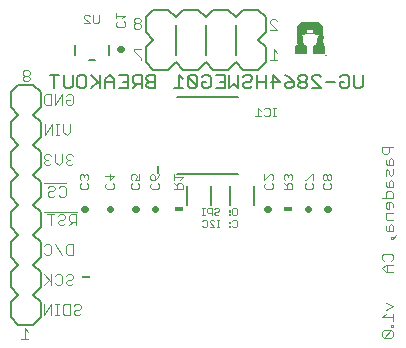
<source format=gbo>
G75*
%MOIN*%
%OFA0B0*%
%FSLAX24Y24*%
%IPPOS*%
%LPD*%
%AMOC8*
5,1,8,0,0,1.08239X$1,22.5*
%
%ADD10C,0.0040*%
%ADD11C,0.0050*%
%ADD12C,0.0030*%
%ADD13R,0.0300X0.0100*%
%ADD14R,0.0300X0.0180*%
%ADD15C,0.0220*%
%ADD16C,0.0080*%
%ADD17R,0.0100X0.0300*%
%ADD18R,0.0337X0.0000*%
%ADD19R,0.0337X0.0000*%
%ADD20R,0.0344X0.0001*%
%ADD21R,0.0348X0.0000*%
%ADD22R,0.0347X0.0000*%
%ADD23R,0.0350X0.0000*%
%ADD24R,0.0350X0.0000*%
%ADD25R,0.0352X0.0001*%
%ADD26R,0.0355X0.0000*%
%ADD27R,0.0354X0.0000*%
%ADD28R,0.0356X0.0001*%
%ADD29R,0.0359X0.0000*%
%ADD30R,0.0360X0.0000*%
%ADD31R,0.0361X0.0001*%
%ADD32R,0.0363X0.0000*%
%ADD33R,0.0362X0.0000*%
%ADD34R,0.0365X0.0001*%
%ADD35R,0.0364X0.0001*%
%ADD36R,0.0365X0.0000*%
%ADD37R,0.0366X0.0000*%
%ADD38R,0.0366X0.0000*%
%ADD39R,0.0367X0.0001*%
%ADD40R,0.0369X0.0000*%
%ADD41R,0.0370X0.0001*%
%ADD42R,0.0369X0.0001*%
%ADD43R,0.0370X0.0000*%
%ADD44R,0.0371X0.0000*%
%ADD45R,0.0371X0.0000*%
%ADD46R,0.0372X0.0001*%
%ADD47R,0.0372X0.0001*%
%ADD48R,0.0373X0.0000*%
%ADD49R,0.0373X0.0000*%
%ADD50R,0.0374X0.0001*%
%ADD51R,0.0374X0.0001*%
%ADD52R,0.0375X0.0000*%
%ADD53R,0.0374X0.0000*%
%ADD54R,0.0375X0.0000*%
%ADD55R,0.0375X0.0000*%
%ADD56R,0.0375X0.0001*%
%ADD57R,0.0376X0.0001*%
%ADD58R,0.0376X0.0000*%
%ADD59R,0.0377X0.0001*%
%ADD60R,0.0376X0.0001*%
%ADD61R,0.0377X0.0000*%
%ADD62R,0.0378X0.0000*%
%ADD63R,0.0378X0.0000*%
%ADD64R,0.0379X0.0001*%
%ADD65R,0.0379X0.0000*%
%ADD66R,0.0379X0.0000*%
%ADD67R,0.0380X0.0001*%
%ADD68R,0.0379X0.0001*%
%ADD69R,0.0380X0.0000*%
%ADD70R,0.0379X0.0000*%
%ADD71R,0.0380X0.0000*%
%ADD72R,0.0380X0.0000*%
%ADD73R,0.0380X0.0001*%
%ADD74R,0.0381X0.0001*%
%ADD75R,0.0381X0.0000*%
%ADD76R,0.0381X0.0001*%
%ADD77R,0.0381X0.0001*%
%ADD78R,0.0381X0.0000*%
%ADD79R,0.0382X0.0001*%
%ADD80R,0.0381X0.0001*%
%ADD81R,0.0382X0.0000*%
%ADD82R,0.0382X0.0000*%
%ADD83R,0.0382X0.0001*%
%ADD84R,0.0382X0.0000*%
%ADD85R,0.0383X0.0000*%
%ADD86R,0.0383X0.0001*%
%ADD87R,0.0383X0.0001*%
%ADD88R,0.0383X0.0000*%
%ADD89R,0.0382X0.0001*%
%ADD90R,0.0379X0.0001*%
%ADD91R,0.0381X0.0000*%
%ADD92R,0.0378X0.0001*%
%ADD93R,0.0377X0.0000*%
%ADD94R,0.0376X0.0000*%
%ADD95R,0.0374X0.0000*%
%ADD96R,0.0377X0.0001*%
%ADD97R,0.0372X0.0000*%
%ADD98R,0.0371X0.0001*%
%ADD99R,0.0376X0.0001*%
%ADD100R,0.0371X0.0000*%
%ADD101R,0.0376X0.0000*%
%ADD102R,0.0370X0.0000*%
%ADD103R,0.0369X0.0001*%
%ADD104R,0.0374X0.0001*%
%ADD105R,0.0368X0.0000*%
%ADD106R,0.0374X0.0000*%
%ADD107R,0.0367X0.0001*%
%ADD108R,0.0373X0.0001*%
%ADD109R,0.0366X0.0000*%
%ADD110R,0.0372X0.0000*%
%ADD111R,0.0365X0.0000*%
%ADD112R,0.0371X0.0000*%
%ADD113R,0.0364X0.0001*%
%ADD114R,0.0371X0.0001*%
%ADD115R,0.0362X0.0000*%
%ADD116R,0.0369X0.0000*%
%ADD117R,0.0360X0.0001*%
%ADD118R,0.0369X0.0001*%
%ADD119R,0.0359X0.0000*%
%ADD120R,0.0367X0.0000*%
%ADD121R,0.0357X0.0000*%
%ADD122R,0.0355X0.0001*%
%ADD123R,0.0365X0.0001*%
%ADD124R,0.0354X0.0000*%
%ADD125R,0.0364X0.0000*%
%ADD126R,0.0351X0.0001*%
%ADD127R,0.0363X0.0001*%
%ADD128R,0.0348X0.0000*%
%ADD129R,0.0361X0.0000*%
%ADD130R,0.0345X0.0000*%
%ADD131R,0.0340X0.0001*%
%ADD132R,0.0359X0.0001*%
%ADD133R,0.0258X0.0000*%
%ADD134R,0.0356X0.0000*%
%ADD135R,0.0257X0.0001*%
%ADD136R,0.0354X0.0001*%
%ADD137R,0.0257X0.0000*%
%ADD138R,0.0352X0.0000*%
%ADD139R,0.0347X0.0001*%
%ADD140R,0.0257X0.0000*%
%ADD141R,0.0344X0.0000*%
%ADD142R,0.0257X0.0001*%
%ADD143R,0.0338X0.0001*%
%ADD144R,0.0239X0.0000*%
%ADD145R,0.0256X0.0000*%
%ADD146R,0.0256X0.0001*%
%ADD147R,0.0239X0.0001*%
%ADD148R,0.0239X0.0001*%
%ADD149R,0.0256X0.0000*%
%ADD150R,0.0239X0.0000*%
%ADD151R,0.0256X0.0001*%
%ADD152R,0.0255X0.0000*%
%ADD153R,0.0238X0.0000*%
%ADD154R,0.0255X0.0001*%
%ADD155R,0.0238X0.0001*%
%ADD156R,0.0255X0.0000*%
%ADD157R,0.0255X0.0001*%
%ADD158R,0.0238X0.0001*%
%ADD159R,0.0238X0.0000*%
%ADD160R,0.0255X0.0000*%
%ADD161R,0.0238X0.0000*%
%ADD162R,0.0255X0.0001*%
%ADD163R,0.0238X0.0001*%
%ADD164R,0.0254X0.0000*%
%ADD165R,0.0254X0.0001*%
%ADD166R,0.0237X0.0000*%
%ADD167R,0.0254X0.0001*%
%ADD168R,0.0237X0.0001*%
%ADD169R,0.0254X0.0000*%
%ADD170R,0.0253X0.0000*%
%ADD171R,0.0236X0.0000*%
%ADD172R,0.0253X0.0001*%
%ADD173R,0.0236X0.0001*%
%ADD174R,0.0253X0.0000*%
%ADD175R,0.0253X0.0001*%
%ADD176R,0.0236X0.0001*%
%ADD177R,0.0236X0.0000*%
%ADD178R,0.0252X0.0001*%
%ADD179R,0.0252X0.0000*%
%ADD180R,0.0235X0.0000*%
%ADD181R,0.0235X0.0001*%
%ADD182R,0.0251X0.0000*%
%ADD183R,0.0251X0.0001*%
%ADD184R,0.0235X0.0001*%
%ADD185R,0.0235X0.0000*%
%ADD186R,0.0251X0.0001*%
%ADD187R,0.0251X0.0000*%
%ADD188R,0.0234X0.0000*%
%ADD189R,0.0250X0.0001*%
%ADD190R,0.0234X0.0001*%
%ADD191R,0.0250X0.0000*%
%ADD192R,0.0250X0.0000*%
%ADD193R,0.0234X0.0000*%
%ADD194R,0.0250X0.0001*%
%ADD195R,0.0234X0.0001*%
%ADD196R,0.0250X0.0001*%
%ADD197R,0.0250X0.0000*%
%ADD198R,0.0233X0.0000*%
%ADD199R,0.0249X0.0001*%
%ADD200R,0.0233X0.0001*%
%ADD201R,0.0249X0.0000*%
%ADD202R,0.0233X0.0001*%
%ADD203R,0.0233X0.0000*%
%ADD204R,0.0249X0.0000*%
%ADD205R,0.0249X0.0001*%
%ADD206R,0.0233X0.0000*%
%ADD207R,0.0248X0.0001*%
%ADD208R,0.0233X0.0001*%
%ADD209R,0.0248X0.0000*%
%ADD210R,0.0248X0.0001*%
%ADD211R,0.0232X0.0001*%
%ADD212R,0.0248X0.0000*%
%ADD213R,0.0232X0.0000*%
%ADD214R,0.0247X0.0000*%
%ADD215R,0.0231X0.0000*%
%ADD216R,0.0247X0.0001*%
%ADD217R,0.0231X0.0001*%
%ADD218R,0.0246X0.0001*%
%ADD219R,0.0246X0.0000*%
%ADD220R,0.0231X0.0000*%
%ADD221R,0.0231X0.0001*%
%ADD222R,0.0246X0.0000*%
%ADD223R,0.0246X0.0001*%
%ADD224R,0.0230X0.0000*%
%ADD225R,0.0245X0.0000*%
%ADD226R,0.0245X0.0001*%
%ADD227R,0.0230X0.0001*%
%ADD228R,0.0245X0.0001*%
%ADD229R,0.0230X0.0001*%
%ADD230R,0.0245X0.0000*%
%ADD231R,0.0230X0.0000*%
%ADD232R,0.0245X0.0000*%
%ADD233R,0.0229X0.0000*%
%ADD234R,0.0245X0.0001*%
%ADD235R,0.0229X0.0001*%
%ADD236R,0.0244X0.0000*%
%ADD237R,0.0244X0.0001*%
%ADD238R,0.0229X0.0001*%
%ADD239R,0.0229X0.0000*%
%ADD240R,0.0244X0.0000*%
%ADD241R,0.0228X0.0000*%
%ADD242R,0.0244X0.0001*%
%ADD243R,0.0228X0.0001*%
%ADD244R,0.0243X0.0000*%
%ADD245R,0.0243X0.0001*%
%ADD246R,0.0243X0.0000*%
%ADD247R,0.0228X0.0000*%
%ADD248R,0.0243X0.0001*%
%ADD249R,0.0228X0.0001*%
%ADD250R,0.0242X0.0000*%
%ADD251R,0.0227X0.0000*%
%ADD252R,0.0242X0.0001*%
%ADD253R,0.0227X0.0001*%
%ADD254R,0.0241X0.0000*%
%ADD255R,0.0241X0.0001*%
%ADD256R,0.0227X0.0001*%
%ADD257R,0.0227X0.0000*%
%ADD258R,0.0241X0.0001*%
%ADD259R,0.0241X0.0000*%
%ADD260R,0.0226X0.0000*%
%ADD261R,0.0226X0.0001*%
%ADD262R,0.0240X0.0000*%
%ADD263R,0.0240X0.0001*%
%ADD264R,0.0226X0.0001*%
%ADD265R,0.0240X0.0000*%
%ADD266R,0.0226X0.0000*%
%ADD267R,0.0240X0.0001*%
%ADD268R,0.0225X0.0000*%
%ADD269R,0.0240X0.0001*%
%ADD270R,0.0225X0.0001*%
%ADD271R,0.0240X0.0000*%
%ADD272R,0.0225X0.0000*%
%ADD273R,0.0225X0.0001*%
%ADD274R,0.0239X0.0001*%
%ADD275R,0.0239X0.0000*%
%ADD276R,0.0224X0.0000*%
%ADD277R,0.0224X0.0001*%
%ADD278R,0.0224X0.0001*%
%ADD279R,0.0224X0.0000*%
%ADD280R,0.0223X0.0000*%
%ADD281R,0.0237X0.0001*%
%ADD282R,0.0223X0.0001*%
%ADD283R,0.0237X0.0000*%
%ADD284R,0.0223X0.0001*%
%ADD285R,0.0223X0.0000*%
%ADD286R,0.0236X0.0000*%
%ADD287R,0.0222X0.0000*%
%ADD288R,0.0236X0.0001*%
%ADD289R,0.0222X0.0001*%
%ADD290R,0.0222X0.0000*%
%ADD291R,0.0222X0.0001*%
%ADD292R,0.0221X0.0000*%
%ADD293R,0.0235X0.0000*%
%ADD294R,0.0235X0.0001*%
%ADD295R,0.0221X0.0001*%
%ADD296R,0.0221X0.0001*%
%ADD297R,0.0221X0.0000*%
%ADD298R,0.0234X0.0000*%
%ADD299R,0.0220X0.0000*%
%ADD300R,0.0234X0.0001*%
%ADD301R,0.0220X0.0001*%
%ADD302R,0.0220X0.0001*%
%ADD303R,0.0220X0.0000*%
%ADD304R,0.0219X0.0000*%
%ADD305R,0.0219X0.0001*%
%ADD306R,0.0232X0.0000*%
%ADD307R,0.0232X0.0001*%
%ADD308R,0.0219X0.0000*%
%ADD309R,0.0219X0.0001*%
%ADD310R,0.0231X0.0000*%
%ADD311R,0.0218X0.0000*%
%ADD312R,0.0231X0.0001*%
%ADD313R,0.0218X0.0001*%
%ADD314R,0.0218X0.0001*%
%ADD315R,0.0218X0.0000*%
%ADD316R,0.0217X0.0000*%
%ADD317R,0.0217X0.0001*%
%ADD318R,0.0230X0.0000*%
%ADD319R,0.0230X0.0001*%
%ADD320R,0.0217X0.0001*%
%ADD321R,0.0217X0.0000*%
%ADD322R,0.0216X0.0000*%
%ADD323R,0.0229X0.0001*%
%ADD324R,0.0216X0.0001*%
%ADD325R,0.0229X0.0000*%
%ADD326R,0.0216X0.0000*%
%ADD327R,0.0216X0.0001*%
%ADD328R,0.0215X0.0000*%
%ADD329R,0.0227X0.0001*%
%ADD330R,0.0215X0.0001*%
%ADD331R,0.0227X0.0000*%
%ADD332R,0.0215X0.0001*%
%ADD333R,0.0215X0.0000*%
%ADD334R,0.0214X0.0000*%
%ADD335R,0.0226X0.0001*%
%ADD336R,0.0214X0.0001*%
%ADD337R,0.0226X0.0000*%
%ADD338R,0.0214X0.0001*%
%ADD339R,0.0214X0.0000*%
%ADD340R,0.0213X0.0000*%
%ADD341R,0.0213X0.0001*%
%ADD342R,0.0225X0.0001*%
%ADD343R,0.0225X0.0000*%
%ADD344R,0.0213X0.0000*%
%ADD345R,0.0213X0.0001*%
%ADD346R,0.0213X0.0000*%
%ADD347R,0.0224X0.0000*%
%ADD348R,0.0224X0.0001*%
%ADD349R,0.0213X0.0001*%
%ADD350R,0.0212X0.0001*%
%ADD351R,0.0212X0.0000*%
%ADD352R,0.0211X0.0000*%
%ADD353R,0.0211X0.0001*%
%ADD354R,0.0222X0.0000*%
%ADD355R,0.0222X0.0001*%
%ADD356R,0.0211X0.0001*%
%ADD357R,0.0211X0.0000*%
%ADD358R,0.0210X0.0000*%
%ADD359R,0.0210X0.0001*%
%ADD360R,0.0221X0.0000*%
%ADD361R,0.0221X0.0001*%
%ADD362R,0.0210X0.0000*%
%ADD363R,0.0210X0.0001*%
%ADD364R,0.0209X0.0000*%
%ADD365R,0.0209X0.0001*%
%ADD366R,0.0220X0.0000*%
%ADD367R,0.0220X0.0001*%
%ADD368R,0.0209X0.0001*%
%ADD369R,0.0209X0.0000*%
%ADD370R,0.0208X0.0000*%
%ADD371R,0.0208X0.0001*%
%ADD372R,0.0219X0.0000*%
%ADD373R,0.0219X0.0001*%
%ADD374R,0.0208X0.0001*%
%ADD375R,0.0208X0.0000*%
%ADD376R,0.0208X0.0000*%
%ADD377R,0.0208X0.0001*%
%ADD378R,0.0217X0.0000*%
%ADD379R,0.0207X0.0000*%
%ADD380R,0.0217X0.0001*%
%ADD381R,0.0207X0.0001*%
%ADD382R,0.0206X0.0000*%
%ADD383R,0.0216X0.0001*%
%ADD384R,0.0206X0.0001*%
%ADD385R,0.0216X0.0000*%
%ADD386R,0.0206X0.0001*%
%ADD387R,0.0206X0.0000*%
%ADD388R,0.0205X0.0000*%
%ADD389R,0.0205X0.0001*%
%ADD390R,0.0215X0.0001*%
%ADD391R,0.0205X0.0001*%
%ADD392R,0.0215X0.0000*%
%ADD393R,0.0205X0.0000*%
%ADD394R,0.0204X0.0000*%
%ADD395R,0.0204X0.0001*%
%ADD396R,0.0214X0.0001*%
%ADD397R,0.0214X0.0000*%
%ADD398R,0.0204X0.0000*%
%ADD399R,0.0204X0.0001*%
%ADD400R,0.0203X0.0000*%
%ADD401R,0.0203X0.0001*%
%ADD402R,0.0212X0.0001*%
%ADD403R,0.0203X0.0001*%
%ADD404R,0.0212X0.0000*%
%ADD405R,0.0203X0.0000*%
%ADD406R,0.0203X0.0000*%
%ADD407R,0.0203X0.0001*%
%ADD408R,0.0211X0.0000*%
%ADD409R,0.0211X0.0001*%
%ADD410R,0.0202X0.0001*%
%ADD411R,0.0202X0.0000*%
%ADD412R,0.0201X0.0000*%
%ADD413R,0.0201X0.0001*%
%ADD414R,0.0210X0.0000*%
%ADD415R,0.0201X0.0000*%
%ADD416R,0.0210X0.0001*%
%ADD417R,0.0201X0.0001*%
%ADD418R,0.0200X0.0000*%
%ADD419R,0.0200X0.0001*%
%ADD420R,0.0209X0.0000*%
%ADD421R,0.0209X0.0001*%
%ADD422R,0.0200X0.0001*%
%ADD423R,0.0200X0.0000*%
%ADD424R,0.0199X0.0000*%
%ADD425R,0.0199X0.0001*%
%ADD426R,0.0199X0.0001*%
%ADD427R,0.0207X0.0000*%
%ADD428R,0.0199X0.0000*%
%ADD429R,0.0207X0.0001*%
%ADD430R,0.0198X0.0000*%
%ADD431R,0.0198X0.0001*%
%ADD432R,0.0206X0.0000*%
%ADD433R,0.0198X0.0000*%
%ADD434R,0.0206X0.0001*%
%ADD435R,0.0198X0.0001*%
%ADD436R,0.0198X0.0000*%
%ADD437R,0.0198X0.0001*%
%ADD438R,0.0197X0.0001*%
%ADD439R,0.0205X0.0000*%
%ADD440R,0.0197X0.0000*%
%ADD441R,0.0205X0.0001*%
%ADD442R,0.0196X0.0000*%
%ADD443R,0.0196X0.0001*%
%ADD444R,0.0204X0.0001*%
%ADD445R,0.0196X0.0001*%
%ADD446R,0.0204X0.0000*%
%ADD447R,0.0196X0.0000*%
%ADD448R,0.0195X0.0000*%
%ADD449R,0.0195X0.0001*%
%ADD450R,0.0195X0.0000*%
%ADD451R,0.0202X0.0001*%
%ADD452R,0.0195X0.0001*%
%ADD453R,0.0202X0.0000*%
%ADD454R,0.0194X0.0000*%
%ADD455R,0.0194X0.0001*%
%ADD456R,0.0201X0.0001*%
%ADD457R,0.0194X0.0001*%
%ADD458R,0.0201X0.0000*%
%ADD459R,0.0194X0.0000*%
%ADD460R,0.0193X0.0000*%
%ADD461R,0.0193X0.0001*%
%ADD462R,0.0193X0.0001*%
%ADD463R,0.0193X0.0000*%
%ADD464R,0.0200X0.0001*%
%ADD465R,0.0200X0.0000*%
%ADD466R,0.0193X0.0000*%
%ADD467R,0.0193X0.0001*%
%ADD468R,0.0199X0.0000*%
%ADD469R,0.0192X0.0000*%
%ADD470R,0.0199X0.0001*%
%ADD471R,0.0192X0.0001*%
%ADD472R,0.0191X0.0000*%
%ADD473R,0.0191X0.0001*%
%ADD474R,0.0191X0.0001*%
%ADD475R,0.0191X0.0000*%
%ADD476R,0.0197X0.0000*%
%ADD477R,0.0197X0.0001*%
%ADD478R,0.0190X0.0000*%
%ADD479R,0.0190X0.0001*%
%ADD480R,0.0190X0.0001*%
%ADD481R,0.0196X0.0000*%
%ADD482R,0.0190X0.0000*%
%ADD483R,0.0196X0.0001*%
%ADD484R,0.0189X0.0000*%
%ADD485R,0.0189X0.0001*%
%ADD486R,0.0189X0.0000*%
%ADD487R,0.0189X0.0001*%
%ADD488R,0.0195X0.0000*%
%ADD489R,0.0195X0.0001*%
%ADD490R,0.0188X0.0000*%
%ADD491R,0.0188X0.0001*%
%ADD492R,0.0188X0.0001*%
%ADD493R,0.0194X0.0000*%
%ADD494R,0.0188X0.0000*%
%ADD495R,0.0194X0.0001*%
%ADD496R,0.0187X0.0000*%
%ADD497R,0.0187X0.0001*%
%ADD498R,0.0187X0.0001*%
%ADD499R,0.0187X0.0000*%
%ADD500R,0.0192X0.0000*%
%ADD501R,0.0186X0.0000*%
%ADD502R,0.0192X0.0001*%
%ADD503R,0.0186X0.0001*%
%ADD504R,0.0186X0.0000*%
%ADD505R,0.0191X0.0001*%
%ADD506R,0.0186X0.0001*%
%ADD507R,0.0191X0.0000*%
%ADD508R,0.0185X0.0000*%
%ADD509R,0.0185X0.0001*%
%ADD510R,0.0185X0.0001*%
%ADD511R,0.0185X0.0000*%
%ADD512R,0.0190X0.0001*%
%ADD513R,0.0190X0.0000*%
%ADD514R,0.0184X0.0000*%
%ADD515R,0.0184X0.0001*%
%ADD516R,0.0184X0.0001*%
%ADD517R,0.0184X0.0000*%
%ADD518R,0.0189X0.0001*%
%ADD519R,0.0189X0.0000*%
%ADD520R,0.0183X0.0000*%
%ADD521R,0.0183X0.0001*%
%ADD522R,0.0183X0.0000*%
%ADD523R,0.0183X0.0001*%
%ADD524R,0.0187X0.0001*%
%ADD525R,0.0187X0.0000*%
%ADD526R,0.0182X0.0000*%
%ADD527R,0.0182X0.0001*%
%ADD528R,0.0182X0.0001*%
%ADD529R,0.0182X0.0000*%
%ADD530R,0.0186X0.0000*%
%ADD531R,0.0186X0.0001*%
%ADD532R,0.0181X0.0000*%
%ADD533R,0.0181X0.0001*%
%ADD534R,0.0181X0.0001*%
%ADD535R,0.0181X0.0000*%
%ADD536R,0.0185X0.0000*%
%ADD537R,0.0180X0.0000*%
%ADD538R,0.0185X0.0001*%
%ADD539R,0.0180X0.0001*%
%ADD540R,0.0180X0.0000*%
%ADD541R,0.0180X0.0001*%
%ADD542R,0.0184X0.0000*%
%ADD543R,0.0184X0.0001*%
%ADD544R,0.0179X0.0000*%
%ADD545R,0.0179X0.0001*%
%ADD546R,0.0179X0.0001*%
%ADD547R,0.0179X0.0000*%
%ADD548R,0.0182X0.0000*%
%ADD549R,0.0178X0.0000*%
%ADD550R,0.0182X0.0001*%
%ADD551R,0.0178X0.0001*%
%ADD552R,0.0178X0.0001*%
%ADD553R,0.0178X0.0000*%
%ADD554R,0.0181X0.0000*%
%ADD555R,0.0177X0.0000*%
%ADD556R,0.0181X0.0001*%
%ADD557R,0.0177X0.0001*%
%ADD558R,0.0177X0.0000*%
%ADD559R,0.0177X0.0001*%
%ADD560R,0.0180X0.0000*%
%ADD561R,0.0176X0.0000*%
%ADD562R,0.0180X0.0001*%
%ADD563R,0.0176X0.0001*%
%ADD564R,0.0176X0.0001*%
%ADD565R,0.0176X0.0000*%
%ADD566R,0.0179X0.0001*%
%ADD567R,0.0179X0.0000*%
%ADD568R,0.0175X0.0000*%
%ADD569R,0.0175X0.0001*%
%ADD570R,0.0175X0.0001*%
%ADD571R,0.0175X0.0000*%
%ADD572R,0.0174X0.0000*%
%ADD573R,0.0177X0.0001*%
%ADD574R,0.0174X0.0001*%
%ADD575R,0.0177X0.0000*%
%ADD576R,0.0174X0.0000*%
%ADD577R,0.0174X0.0001*%
%ADD578R,0.0176X0.0001*%
%ADD579R,0.0176X0.0000*%
%ADD580R,0.0173X0.0000*%
%ADD581R,0.0173X0.0001*%
%ADD582R,0.0173X0.0001*%
%ADD583R,0.0173X0.0000*%
%ADD584R,0.0173X0.0000*%
%ADD585R,0.0175X0.0001*%
%ADD586R,0.0173X0.0001*%
%ADD587R,0.0175X0.0000*%
%ADD588R,0.0172X0.0001*%
%ADD589R,0.0172X0.0000*%
%ADD590R,0.0174X0.0000*%
%ADD591R,0.0171X0.0000*%
%ADD592R,0.0174X0.0001*%
%ADD593R,0.0171X0.0001*%
%ADD594R,0.0171X0.0000*%
%ADD595R,0.0171X0.0001*%
%ADD596R,0.0170X0.0000*%
%ADD597R,0.0172X0.0000*%
%ADD598R,0.0172X0.0001*%
%ADD599R,0.0170X0.0001*%
%ADD600R,0.0170X0.0001*%
%ADD601R,0.0170X0.0000*%
%ADD602R,0.0171X0.0000*%
%ADD603R,0.0169X0.0000*%
%ADD604R,0.0171X0.0001*%
%ADD605R,0.0169X0.0001*%
%ADD606R,0.0169X0.0001*%
%ADD607R,0.0169X0.0000*%
%ADD608R,0.0168X0.0000*%
%ADD609R,0.0168X0.0001*%
%ADD610R,0.0170X0.0000*%
%ADD611R,0.0170X0.0001*%
%ADD612R,0.0168X0.0000*%
%ADD613R,0.0168X0.0001*%
%ADD614R,0.0169X0.0000*%
%ADD615R,0.0168X0.0000*%
%ADD616R,0.0169X0.0001*%
%ADD617R,0.0168X0.0001*%
%ADD618R,0.0167X0.0001*%
%ADD619R,0.0167X0.0000*%
%ADD620R,0.0166X0.0000*%
%ADD621R,0.0166X0.0001*%
%ADD622R,0.0167X0.0000*%
%ADD623R,0.0167X0.0001*%
%ADD624R,0.0166X0.0001*%
%ADD625R,0.0166X0.0000*%
%ADD626R,0.0165X0.0000*%
%ADD627R,0.0166X0.0001*%
%ADD628R,0.0165X0.0001*%
%ADD629R,0.0166X0.0000*%
%ADD630R,0.0165X0.0000*%
%ADD631R,0.0165X0.0001*%
%ADD632R,0.0164X0.0000*%
%ADD633R,0.0165X0.0001*%
%ADD634R,0.0164X0.0001*%
%ADD635R,0.0165X0.0000*%
%ADD636R,0.0164X0.0001*%
%ADD637R,0.0164X0.0000*%
%ADD638R,0.0163X0.0000*%
%ADD639R,0.0164X0.0001*%
%ADD640R,0.0163X0.0001*%
%ADD641R,0.0164X0.0000*%
%ADD642R,0.0163X0.0001*%
%ADD643R,0.0163X0.0000*%
%ADD644R,0.0163X0.0000*%
%ADD645R,0.0163X0.0001*%
%ADD646R,0.0162X0.0001*%
%ADD647R,0.0162X0.0000*%
%ADD648R,0.0162X0.0000*%
%ADD649R,0.0161X0.0001*%
%ADD650R,0.0162X0.0001*%
%ADD651R,0.0161X0.0000*%
%ADD652R,0.0161X0.0000*%
%ADD653R,0.0161X0.0001*%
%ADD654R,0.0160X0.0001*%
%ADD655R,0.0161X0.0001*%
%ADD656R,0.0160X0.0000*%
%ADD657R,0.0161X0.0000*%
%ADD658R,0.0160X0.0000*%
%ADD659R,0.0160X0.0001*%
%ADD660R,0.0160X0.0000*%
%ADD661R,0.0160X0.0001*%
%ADD662R,0.0159X0.0001*%
%ADD663R,0.0159X0.0000*%
%ADD664R,0.0159X0.0000*%
%ADD665R,0.0159X0.0001*%
%ADD666R,0.0159X0.0000*%
%ADD667R,0.0159X0.0001*%
%ADD668R,0.0158X0.0000*%
%ADD669R,0.0158X0.0001*%
%ADD670R,0.0158X0.0000*%
%ADD671R,0.0158X0.0000*%
%ADD672R,0.0158X0.0001*%
%ADD673R,0.0158X0.0001*%
%ADD674R,0.0157X0.0000*%
%ADD675R,0.0157X0.0001*%
%ADD676R,0.0156X0.0000*%
%ADD677R,0.0156X0.0001*%
%ADD678R,0.0156X0.0000*%
%ADD679R,0.0156X0.0001*%
%ADD680R,0.0157X0.0001*%
%ADD681R,0.0155X0.0000*%
%ADD682R,0.0157X0.0000*%
%ADD683R,0.0155X0.0001*%
%ADD684R,0.0155X0.0001*%
%ADD685R,0.0155X0.0000*%
%ADD686R,0.0155X0.0000*%
%ADD687R,0.0156X0.0000*%
%ADD688R,0.0155X0.0001*%
%ADD689R,0.0156X0.0001*%
%ADD690R,0.0154X0.0000*%
%ADD691R,0.0154X0.0001*%
%ADD692R,0.0154X0.0001*%
%ADD693R,0.0154X0.0000*%
%ADD694R,0.0153X0.0000*%
%ADD695R,0.0153X0.0001*%
%ADD696R,0.0154X0.0000*%
%ADD697R,0.0153X0.0001*%
%ADD698R,0.0154X0.0001*%
%ADD699R,0.0153X0.0000*%
%ADD700R,0.0152X0.0001*%
%ADD701R,0.0152X0.0000*%
%ADD702R,0.0151X0.0000*%
%ADD703R,0.0153X0.0000*%
%ADD704R,0.0151X0.0001*%
%ADD705R,0.0153X0.0001*%
%ADD706R,0.0151X0.0001*%
%ADD707R,0.0151X0.0000*%
%ADD708R,0.0150X0.0001*%
%ADD709R,0.0150X0.0000*%
%ADD710R,0.0150X0.0000*%
%ADD711R,0.0150X0.0001*%
%ADD712R,0.0150X0.0001*%
%ADD713R,0.0152X0.0001*%
%ADD714R,0.0150X0.0000*%
%ADD715R,0.0152X0.0000*%
%ADD716R,0.0149X0.0000*%
%ADD717R,0.0149X0.0001*%
%ADD718R,0.0149X0.0000*%
%ADD719R,0.0149X0.0001*%
%ADD720R,0.0151X0.0001*%
%ADD721R,0.0151X0.0000*%
%ADD722R,0.0148X0.0001*%
%ADD723R,0.0148X0.0000*%
%ADD724R,0.0260X0.0000*%
%ADD725R,0.0259X0.0000*%
%ADD726R,0.0260X0.0001*%
%ADD727R,0.0259X0.0001*%
%ADD728R,0.0868X0.0000*%
%ADD729R,0.0868X0.0001*%
%ADD730R,0.0321X0.0000*%
%ADD731R,0.0305X0.0000*%
%ADD732R,0.0321X0.0001*%
%ADD733R,0.0305X0.0001*%
%ADD734R,0.0867X0.0000*%
%ADD735R,0.0867X0.0001*%
%ADD736R,0.0867X0.0000*%
%ADD737R,0.0867X0.0001*%
%ADD738R,0.0866X0.0000*%
%ADD739R,0.0866X0.0000*%
%ADD740R,0.0866X0.0001*%
%ADD741R,0.0866X0.0000*%
%ADD742R,0.0866X0.0001*%
%ADD743R,0.0865X0.0000*%
%ADD744R,0.0865X0.0001*%
%ADD745R,0.0864X0.0001*%
%ADD746R,0.0864X0.0000*%
%ADD747R,0.0864X0.0001*%
%ADD748R,0.0864X0.0000*%
%ADD749R,0.0864X0.0001*%
%ADD750R,0.0864X0.0000*%
%ADD751R,0.0863X0.0001*%
%ADD752R,0.0863X0.0000*%
%ADD753R,0.0862X0.0001*%
%ADD754R,0.0862X0.0000*%
%ADD755R,0.0862X0.0001*%
%ADD756R,0.0862X0.0000*%
%ADD757R,0.0861X0.0001*%
%ADD758R,0.0861X0.0000*%
%ADD759R,0.0861X0.0001*%
%ADD760R,0.0860X0.0001*%
%ADD761R,0.0860X0.0000*%
%ADD762R,0.0859X0.0000*%
%ADD763R,0.0859X0.0001*%
%ADD764R,0.0858X0.0000*%
%ADD765R,0.0858X0.0001*%
%ADD766R,0.0857X0.0001*%
%ADD767R,0.0857X0.0000*%
%ADD768R,0.0856X0.0000*%
%ADD769R,0.0856X0.0001*%
%ADD770R,0.0855X0.0000*%
%ADD771R,0.0855X0.0001*%
%ADD772R,0.0855X0.0000*%
%ADD773R,0.0855X0.0001*%
%ADD774R,0.0854X0.0000*%
%ADD775R,0.0854X0.0001*%
%ADD776R,0.0853X0.0000*%
%ADD777R,0.0853X0.0001*%
%ADD778R,0.0853X0.0000*%
%ADD779R,0.0853X0.0000*%
%ADD780R,0.0852X0.0001*%
%ADD781R,0.0852X0.0000*%
%ADD782R,0.0852X0.0001*%
%ADD783R,0.0851X0.0000*%
%ADD784R,0.0850X0.0001*%
%ADD785R,0.0850X0.0000*%
%ADD786R,0.0850X0.0001*%
%ADD787R,0.0849X0.0000*%
%ADD788R,0.0848X0.0001*%
%ADD789R,0.0848X0.0000*%
%ADD790R,0.0848X0.0001*%
%ADD791R,0.0848X0.0000*%
%ADD792R,0.0847X0.0000*%
%ADD793R,0.0847X0.0001*%
%ADD794R,0.0846X0.0000*%
%ADD795R,0.0846X0.0001*%
%ADD796R,0.0845X0.0000*%
%ADD797R,0.0845X0.0000*%
%ADD798R,0.0845X0.0001*%
%ADD799R,0.0843X0.0000*%
%ADD800R,0.0843X0.0001*%
%ADD801R,0.0841X0.0000*%
%ADD802R,0.0840X0.0000*%
%ADD803R,0.0839X0.0001*%
%ADD804R,0.0838X0.0000*%
%ADD805R,0.0837X0.0001*%
%ADD806R,0.0836X0.0000*%
%ADD807R,0.0835X0.0000*%
%ADD808R,0.0834X0.0001*%
%ADD809R,0.0833X0.0000*%
%ADD810R,0.0832X0.0001*%
%ADD811R,0.0831X0.0000*%
%ADD812R,0.0830X0.0000*%
%ADD813R,0.0829X0.0001*%
%ADD814R,0.0828X0.0000*%
%ADD815R,0.0827X0.0001*%
%ADD816R,0.0826X0.0000*%
%ADD817R,0.0825X0.0000*%
%ADD818R,0.0824X0.0001*%
%ADD819R,0.0823X0.0000*%
%ADD820R,0.0822X0.0001*%
%ADD821R,0.0821X0.0000*%
%ADD822R,0.0820X0.0000*%
%ADD823R,0.0819X0.0001*%
%ADD824R,0.0818X0.0000*%
%ADD825R,0.0817X0.0001*%
%ADD826R,0.0816X0.0000*%
%ADD827R,0.0815X0.0000*%
%ADD828R,0.0814X0.0001*%
%ADD829R,0.0813X0.0000*%
%ADD830R,0.0812X0.0001*%
%ADD831R,0.0811X0.0000*%
%ADD832R,0.0810X0.0000*%
%ADD833R,0.0808X0.0001*%
%ADD834R,0.0808X0.0000*%
%ADD835R,0.0807X0.0001*%
%ADD836R,0.0805X0.0000*%
%ADD837R,0.0805X0.0000*%
%ADD838R,0.0803X0.0001*%
%ADD839R,0.0803X0.0000*%
%ADD840R,0.0802X0.0001*%
%ADD841R,0.0800X0.0000*%
%ADD842R,0.0800X0.0000*%
%ADD843R,0.0798X0.0001*%
%ADD844R,0.0798X0.0000*%
%ADD845R,0.0797X0.0001*%
%ADD846R,0.0795X0.0000*%
%ADD847R,0.0795X0.0000*%
%ADD848R,0.0793X0.0001*%
%ADD849R,0.0793X0.0000*%
%ADD850R,0.0791X0.0001*%
%ADD851R,0.0790X0.0000*%
%ADD852R,0.0789X0.0000*%
%ADD853R,0.0788X0.0001*%
%ADD854R,0.0787X0.0000*%
%ADD855R,0.0786X0.0001*%
%ADD856R,0.0785X0.0000*%
%ADD857R,0.0784X0.0000*%
%ADD858R,0.0783X0.0001*%
%ADD859R,0.0782X0.0000*%
%ADD860R,0.0781X0.0001*%
%ADD861R,0.0780X0.0000*%
%ADD862R,0.0779X0.0000*%
%ADD863R,0.0778X0.0001*%
%ADD864R,0.0777X0.0000*%
%ADD865R,0.0776X0.0001*%
%ADD866R,0.0775X0.0000*%
%ADD867R,0.0774X0.0000*%
%ADD868R,0.0773X0.0001*%
%ADD869R,0.0772X0.0000*%
%ADD870R,0.0771X0.0001*%
%ADD871R,0.0770X0.0000*%
%ADD872R,0.0769X0.0000*%
%ADD873R,0.0768X0.0001*%
%ADD874R,0.0767X0.0000*%
%ADD875R,0.0766X0.0001*%
%ADD876R,0.0765X0.0000*%
%ADD877R,0.0764X0.0000*%
%ADD878R,0.0763X0.0001*%
%ADD879R,0.0762X0.0000*%
%ADD880R,0.0761X0.0001*%
%ADD881R,0.0760X0.0000*%
%ADD882R,0.0758X0.0000*%
%ADD883R,0.0757X0.0001*%
%ADD884R,0.0757X0.0000*%
%ADD885R,0.0755X0.0001*%
%ADD886R,0.0755X0.0000*%
%ADD887R,0.0753X0.0000*%
%ADD888R,0.0752X0.0001*%
%ADD889R,0.0752X0.0000*%
%ADD890R,0.0750X0.0001*%
%ADD891R,0.0750X0.0000*%
%ADD892R,0.0748X0.0000*%
%ADD893R,0.0747X0.0001*%
%ADD894R,0.0747X0.0000*%
%ADD895R,0.0745X0.0001*%
%ADD896R,0.0745X0.0000*%
%ADD897R,0.0743X0.0000*%
%ADD898R,0.0742X0.0001*%
%ADD899R,0.0741X0.0000*%
%ADD900R,0.0740X0.0001*%
%ADD901R,0.0739X0.0000*%
%ADD902R,0.0738X0.0000*%
%ADD903R,0.0737X0.0001*%
%ADD904R,0.0736X0.0000*%
%ADD905R,0.0735X0.0001*%
%ADD906R,0.0734X0.0000*%
%ADD907R,0.0733X0.0000*%
%ADD908R,0.0732X0.0001*%
%ADD909R,0.0731X0.0000*%
%ADD910R,0.0730X0.0001*%
%ADD911R,0.0729X0.0000*%
%ADD912R,0.0728X0.0000*%
%ADD913R,0.0727X0.0001*%
%ADD914R,0.0726X0.0000*%
%ADD915R,0.0725X0.0001*%
%ADD916R,0.0724X0.0000*%
%ADD917R,0.0723X0.0000*%
%ADD918R,0.0722X0.0001*%
%ADD919R,0.0721X0.0000*%
%ADD920R,0.0720X0.0001*%
%ADD921R,0.0719X0.0000*%
%ADD922R,0.0718X0.0000*%
%ADD923R,0.0717X0.0001*%
%ADD924R,0.0716X0.0000*%
%ADD925R,0.0715X0.0001*%
%ADD926R,0.0714X0.0000*%
%ADD927R,0.0713X0.0000*%
%ADD928R,0.0712X0.0001*%
%ADD929R,0.0711X0.0000*%
%ADD930R,0.0710X0.0001*%
%ADD931R,0.0709X0.0000*%
%ADD932R,0.0707X0.0000*%
%ADD933R,0.0707X0.0001*%
%ADD934R,0.0705X0.0000*%
%ADD935R,0.0705X0.0001*%
%ADD936R,0.0703X0.0000*%
%ADD937R,0.0703X0.0000*%
%ADD938R,0.0702X0.0001*%
%ADD939R,0.0700X0.0000*%
%ADD940R,0.0700X0.0001*%
%ADD941R,0.0698X0.0000*%
%ADD942R,0.0698X0.0000*%
%ADD943R,0.0697X0.0001*%
%ADD944R,0.0695X0.0000*%
%ADD945R,0.0695X0.0001*%
%ADD946R,0.0693X0.0000*%
%ADD947R,0.0692X0.0000*%
%ADD948R,0.0691X0.0001*%
%ADD949R,0.0690X0.0000*%
%ADD950R,0.0689X0.0001*%
%ADD951R,0.0688X0.0000*%
%ADD952R,0.0687X0.0000*%
%ADD953R,0.0686X0.0001*%
%ADD954R,0.0685X0.0000*%
%ADD955R,0.0684X0.0001*%
%ADD956R,0.0683X0.0000*%
%ADD957R,0.0682X0.0000*%
%ADD958R,0.0681X0.0001*%
%ADD959R,0.0680X0.0000*%
%ADD960R,0.0679X0.0001*%
%ADD961R,0.0678X0.0000*%
%ADD962R,0.0677X0.0000*%
%ADD963R,0.0676X0.0001*%
%ADD964R,0.0675X0.0000*%
%ADD965R,0.0674X0.0001*%
%ADD966R,0.0673X0.0000*%
%ADD967R,0.0672X0.0000*%
%ADD968R,0.0671X0.0001*%
%ADD969R,0.0670X0.0000*%
%ADD970R,0.0669X0.0001*%
%ADD971R,0.0668X0.0000*%
%ADD972R,0.0667X0.0000*%
%ADD973R,0.0666X0.0001*%
%ADD974R,0.0665X0.0000*%
%ADD975R,0.0664X0.0001*%
%ADD976R,0.0663X0.0000*%
%ADD977R,0.0662X0.0000*%
%ADD978R,0.0661X0.0001*%
%ADD979R,0.0660X0.0000*%
%ADD980R,0.0659X0.0001*%
%ADD981R,0.0658X0.0000*%
%ADD982R,0.0657X0.0000*%
%ADD983R,0.0655X0.0001*%
%ADD984R,0.0655X0.0000*%
%ADD985R,0.0653X0.0001*%
%ADD986R,0.0653X0.0000*%
%ADD987R,0.0652X0.0000*%
%ADD988R,0.0650X0.0001*%
%ADD989R,0.0650X0.0000*%
%ADD990R,0.0648X0.0001*%
%ADD991R,0.0648X0.0000*%
%ADD992R,0.0647X0.0000*%
%ADD993R,0.0645X0.0001*%
%ADD994R,0.0645X0.0000*%
%ADD995R,0.0643X0.0001*%
%ADD996R,0.0642X0.0000*%
%ADD997R,0.0641X0.0000*%
%ADD998R,0.0640X0.0001*%
%ADD999R,0.0639X0.0000*%
%ADD1000R,0.0638X0.0001*%
%ADD1001R,0.0637X0.0000*%
%ADD1002R,0.0636X0.0000*%
%ADD1003R,0.0635X0.0001*%
%ADD1004R,0.0634X0.0000*%
%ADD1005R,0.0633X0.0001*%
%ADD1006R,0.0632X0.0000*%
%ADD1007R,0.0631X0.0000*%
%ADD1008R,0.0630X0.0001*%
%ADD1009R,0.0629X0.0000*%
%ADD1010R,0.0628X0.0001*%
%ADD1011R,0.0627X0.0000*%
%ADD1012R,0.0626X0.0000*%
%ADD1013R,0.0625X0.0001*%
%ADD1014R,0.0624X0.0000*%
%ADD1015R,0.0623X0.0001*%
%ADD1016R,0.0622X0.0000*%
%ADD1017R,0.0621X0.0000*%
%ADD1018R,0.0620X0.0001*%
%ADD1019R,0.0619X0.0000*%
%ADD1020R,0.0618X0.0001*%
%ADD1021R,0.0617X0.0000*%
%ADD1022R,0.0616X0.0000*%
%ADD1023R,0.0615X0.0001*%
%ADD1024R,0.0614X0.0000*%
%ADD1025R,0.0613X0.0001*%
%ADD1026R,0.0612X0.0000*%
%ADD1027R,0.0611X0.0000*%
%ADD1028R,0.0610X0.0001*%
%ADD1029R,0.0609X0.0000*%
%ADD1030R,0.0607X0.0001*%
%ADD1031R,0.0607X0.0000*%
%ADD1032R,0.0605X0.0000*%
%ADD1033R,0.0605X0.0001*%
%ADD1034R,0.0603X0.0000*%
%ADD1035R,0.0602X0.0001*%
%ADD1036R,0.0602X0.0000*%
%ADD1037R,0.0600X0.0000*%
%ADD1038R,0.0600X0.0001*%
%ADD1039R,0.0598X0.0000*%
%ADD1040R,0.0597X0.0001*%
%ADD1041R,0.0597X0.0000*%
%ADD1042R,0.0595X0.0000*%
%ADD1043R,0.0595X0.0001*%
%ADD1044R,0.0593X0.0000*%
%ADD1045R,0.0592X0.0001*%
%ADD1046R,0.0591X0.0000*%
%ADD1047R,0.0590X0.0000*%
%ADD1048R,0.0589X0.0001*%
%ADD1049R,0.0588X0.0000*%
%ADD1050R,0.0587X0.0001*%
%ADD1051R,0.0586X0.0000*%
%ADD1052R,0.0585X0.0000*%
%ADD1053R,0.0584X0.0001*%
%ADD1054R,0.0583X0.0000*%
%ADD1055R,0.0582X0.0001*%
%ADD1056R,0.0581X0.0000*%
%ADD1057R,0.0580X0.0000*%
%ADD1058R,0.0579X0.0001*%
%ADD1059R,0.0578X0.0000*%
%ADD1060R,0.0577X0.0001*%
%ADD1061R,0.0576X0.0000*%
%ADD1062R,0.0575X0.0000*%
%ADD1063R,0.0574X0.0001*%
%ADD1064R,0.0573X0.0000*%
%ADD1065R,0.0571X0.0001*%
%ADD1066R,0.0568X0.0000*%
%ADD1067R,0.0565X0.0000*%
%ADD1068R,0.0563X0.0001*%
%ADD1069R,0.0560X0.0000*%
%ADD1070R,0.0557X0.0001*%
%ADD1071R,0.0554X0.0000*%
%ADD1072R,0.0551X0.0000*%
%ADD1073R,0.0548X0.0001*%
%ADD1074R,0.0545X0.0000*%
%ADD1075R,0.0542X0.0001*%
%ADD1076R,0.0537X0.0000*%
%ADD1077R,0.0533X0.0000*%
%ADD1078R,0.0530X0.0001*%
%ADD1079R,0.0526X0.0000*%
%ADD1080R,0.0522X0.0001*%
%ADD1081R,0.0518X0.0000*%
%ADD1082R,0.0513X0.0000*%
%ADD1083R,0.0508X0.0001*%
%ADD1084R,0.0503X0.0000*%
%ADD1085R,0.0496X0.0001*%
%ADD1086R,0.0489X0.0000*%
%ADD1087R,0.0477X0.0000*%
%ADD1088C,0.0000*%
D10*
X000565Y002245D02*
X000805Y002245D01*
X000685Y002245D02*
X000685Y002605D01*
X000805Y002485D01*
X001333Y003045D02*
X001333Y003405D01*
X001573Y003405D02*
X001333Y003045D01*
X001573Y003045D02*
X001573Y003405D01*
X001698Y003405D02*
X001818Y003405D01*
X001758Y003405D02*
X001758Y003045D01*
X001818Y003045D02*
X001698Y003045D01*
X001946Y003105D02*
X001946Y003345D01*
X002007Y003405D01*
X002187Y003405D01*
X002187Y003045D01*
X002007Y003045D01*
X001946Y003105D01*
X002315Y003105D02*
X002375Y003045D01*
X002495Y003045D01*
X002555Y003105D01*
X002495Y003225D02*
X002375Y003225D01*
X002315Y003165D01*
X002315Y003105D01*
X002495Y003225D02*
X002555Y003285D01*
X002555Y003345D01*
X002495Y003405D01*
X002375Y003405D01*
X002315Y003345D01*
X002245Y004045D02*
X002305Y004105D01*
X002245Y004045D02*
X002125Y004045D01*
X002065Y004105D01*
X002065Y004165D01*
X002125Y004225D01*
X002245Y004225D01*
X002305Y004285D01*
X002305Y004345D01*
X002245Y004405D01*
X002125Y004405D01*
X002065Y004345D01*
X001937Y004345D02*
X001937Y004105D01*
X001877Y004045D01*
X001757Y004045D01*
X001696Y004105D01*
X001568Y004045D02*
X001568Y004405D01*
X001696Y004345D02*
X001757Y004405D01*
X001877Y004405D01*
X001937Y004345D01*
X001568Y004165D02*
X001328Y004405D01*
X001508Y004225D02*
X001328Y004045D01*
X001388Y005045D02*
X001328Y005105D01*
X001388Y005045D02*
X001508Y005045D01*
X001568Y005105D01*
X001568Y005345D01*
X001508Y005405D01*
X001388Y005405D01*
X001328Y005345D01*
X001696Y005405D02*
X001937Y005045D01*
X002065Y005105D02*
X002065Y005345D01*
X002125Y005405D01*
X002305Y005405D01*
X002305Y005045D01*
X002125Y005045D01*
X002065Y005105D01*
X001977Y006045D02*
X001857Y006045D01*
X001796Y006105D01*
X001796Y006165D01*
X001857Y006225D01*
X001977Y006225D01*
X002037Y006285D01*
X002037Y006345D01*
X001977Y006405D01*
X001857Y006405D01*
X001796Y006345D01*
X001668Y006405D02*
X001428Y006405D01*
X001548Y006405D02*
X001548Y006045D01*
X001320Y006485D02*
X002425Y006485D01*
X002405Y006405D02*
X002225Y006405D01*
X002165Y006345D01*
X002165Y006225D01*
X002225Y006165D01*
X002405Y006165D01*
X002405Y006045D02*
X002405Y006405D01*
X002285Y006165D02*
X002165Y006045D01*
X002037Y006105D02*
X001977Y006045D01*
X001995Y006995D02*
X001875Y006995D01*
X001815Y007055D01*
X001687Y007055D02*
X001627Y006995D01*
X001507Y006995D01*
X001446Y007055D01*
X001446Y007115D01*
X001507Y007175D01*
X001627Y007175D01*
X001687Y007235D01*
X001687Y007295D01*
X001627Y007355D01*
X001507Y007355D01*
X001446Y007295D01*
X001338Y007435D02*
X002075Y007435D01*
X001995Y007355D02*
X002055Y007295D01*
X002055Y007055D01*
X001995Y006995D01*
X001815Y007295D02*
X001875Y007355D01*
X001995Y007355D01*
X002125Y008045D02*
X002065Y008105D01*
X002065Y008165D01*
X002125Y008225D01*
X002185Y008225D01*
X002125Y008225D02*
X002065Y008285D01*
X002065Y008345D01*
X002125Y008405D01*
X002245Y008405D01*
X002305Y008345D01*
X002305Y008105D02*
X002245Y008045D01*
X002125Y008045D01*
X001937Y008165D02*
X001937Y008405D01*
X001937Y008165D02*
X001817Y008045D01*
X001696Y008165D01*
X001696Y008405D01*
X001568Y008345D02*
X001508Y008405D01*
X001388Y008405D01*
X001328Y008345D01*
X001328Y008285D01*
X001388Y008225D01*
X001328Y008165D01*
X001328Y008105D01*
X001388Y008045D01*
X001508Y008045D01*
X001568Y008105D01*
X001448Y008225D02*
X001388Y008225D01*
X001351Y009045D02*
X001351Y009405D01*
X001591Y009405D02*
X001351Y009045D01*
X001591Y009045D02*
X001591Y009405D01*
X001717Y009405D02*
X001837Y009405D01*
X001777Y009405D02*
X001777Y009045D01*
X001837Y009045D02*
X001717Y009045D01*
X001965Y009165D02*
X001965Y009405D01*
X001965Y009165D02*
X002085Y009045D01*
X002205Y009165D01*
X002205Y009405D01*
X002245Y010045D02*
X002125Y010045D01*
X002065Y010105D01*
X002065Y010225D01*
X002185Y010225D01*
X002305Y010105D02*
X002245Y010045D01*
X002305Y010105D02*
X002305Y010345D01*
X002245Y010405D01*
X002125Y010405D01*
X002065Y010345D01*
X001937Y010405D02*
X001696Y010045D01*
X001696Y010405D01*
X001568Y010405D02*
X001388Y010405D01*
X001328Y010345D01*
X001328Y010105D01*
X001388Y010045D01*
X001568Y010045D01*
X001568Y010405D01*
X001937Y010405D02*
X001937Y010045D01*
X000855Y010905D02*
X000855Y010965D01*
X000795Y011025D01*
X000675Y011025D01*
X000615Y010965D01*
X000615Y010905D01*
X000675Y010845D01*
X000795Y010845D01*
X000855Y010905D01*
X000795Y011025D02*
X000855Y011085D01*
X000855Y011145D01*
X000795Y011205D01*
X000675Y011205D01*
X000615Y011145D01*
X000615Y011085D01*
X000675Y011025D01*
X004315Y011845D02*
X004555Y011605D01*
X004555Y011545D01*
X004315Y011845D02*
X004315Y011905D01*
X004555Y011905D01*
X004495Y012595D02*
X004555Y012655D01*
X004555Y012715D01*
X004495Y012775D01*
X004375Y012775D01*
X004315Y012715D01*
X004315Y012655D01*
X004375Y012595D01*
X004495Y012595D01*
X004495Y012775D02*
X004555Y012835D01*
X004555Y012895D01*
X004495Y012955D01*
X004375Y012955D01*
X004315Y012895D01*
X004315Y012835D01*
X004375Y012775D01*
X008865Y012785D02*
X008865Y012845D01*
X008925Y012905D01*
X009045Y012905D01*
X009105Y012845D01*
X008865Y012785D02*
X009105Y012545D01*
X008865Y012545D01*
X008985Y011905D02*
X008985Y011545D01*
X009105Y011545D02*
X008865Y011545D01*
X009105Y011785D02*
X008985Y011905D01*
X012595Y008655D02*
X012595Y008475D01*
X012655Y008415D01*
X012775Y008415D01*
X012835Y008475D01*
X012835Y008655D01*
X012955Y008655D02*
X012595Y008655D01*
X012715Y008227D02*
X012715Y008107D01*
X012775Y008046D01*
X012955Y008046D01*
X012955Y008227D01*
X012895Y008287D01*
X012835Y008227D01*
X012835Y008046D01*
X012775Y007918D02*
X012715Y007858D01*
X012715Y007678D01*
X012835Y007738D02*
X012835Y007858D01*
X012775Y007918D01*
X012955Y007918D02*
X012955Y007738D01*
X012895Y007678D01*
X012835Y007738D01*
X012895Y007550D02*
X012835Y007490D01*
X012835Y007310D01*
X012775Y007310D02*
X012955Y007310D01*
X012955Y007490D01*
X012895Y007550D01*
X012715Y007490D02*
X012715Y007370D01*
X012775Y007310D01*
X012775Y007182D02*
X012715Y007122D01*
X012715Y006942D01*
X012595Y006942D02*
X012955Y006942D01*
X012955Y007122D01*
X012895Y007182D01*
X012775Y007182D01*
X012775Y006813D02*
X012715Y006753D01*
X012715Y006633D01*
X012775Y006573D01*
X012835Y006573D01*
X012835Y006813D01*
X012895Y006813D02*
X012775Y006813D01*
X012895Y006813D02*
X012955Y006753D01*
X012955Y006633D01*
X012955Y006445D02*
X012715Y006445D01*
X012715Y006265D01*
X012775Y006205D01*
X012955Y006205D01*
X012895Y006077D02*
X012835Y006017D01*
X012835Y005837D01*
X012775Y005837D02*
X012955Y005837D01*
X012955Y006017D01*
X012895Y006077D01*
X012715Y006017D02*
X012715Y005897D01*
X012775Y005837D01*
X012895Y005648D02*
X012955Y005648D01*
X012955Y005588D01*
X012895Y005588D01*
X012895Y005648D01*
X012955Y005588D02*
X013075Y005708D01*
X012895Y005095D02*
X012655Y005095D01*
X012595Y005035D01*
X012595Y004914D01*
X012655Y004854D01*
X012715Y004726D02*
X012595Y004606D01*
X012715Y004486D01*
X012955Y004486D01*
X012775Y004486D02*
X012775Y004726D01*
X012715Y004726D02*
X012955Y004726D01*
X012895Y004854D02*
X012955Y004914D01*
X012955Y005035D01*
X012895Y005095D01*
X012715Y003455D02*
X012955Y003335D01*
X012715Y003215D01*
X012715Y003087D02*
X012595Y002967D01*
X012955Y002967D01*
X012955Y003087D02*
X012955Y002846D01*
X012955Y002718D02*
X012955Y002658D01*
X012895Y002658D01*
X012895Y002718D01*
X012955Y002718D01*
X012895Y002534D02*
X012655Y002534D01*
X012595Y002474D01*
X012595Y002354D01*
X012655Y002294D01*
X012895Y002534D01*
X012955Y002474D01*
X012955Y002354D01*
X012895Y002294D01*
X012655Y002294D01*
D11*
X007799Y007745D02*
X005751Y007745D01*
X005751Y010305D02*
X007799Y010305D01*
X007806Y010600D02*
X007656Y010750D01*
X007506Y010600D01*
X007506Y011050D01*
X007346Y011050D02*
X007346Y010600D01*
X007046Y010600D01*
X006886Y010675D02*
X006811Y010600D01*
X006660Y010600D01*
X006585Y010675D01*
X006585Y010825D01*
X006736Y010825D01*
X006886Y010975D02*
X006886Y010675D01*
X006886Y010975D02*
X006811Y011050D01*
X006660Y011050D01*
X006585Y010975D01*
X006425Y010975D02*
X006350Y011050D01*
X006200Y011050D01*
X006125Y010975D01*
X006425Y010675D01*
X006350Y010600D01*
X006200Y010600D01*
X006125Y010675D01*
X006125Y010975D01*
X005965Y010900D02*
X005815Y011050D01*
X005815Y010600D01*
X005965Y010600D02*
X005665Y010600D01*
X005044Y010600D02*
X004819Y010600D01*
X004744Y010675D01*
X004744Y010750D01*
X004819Y010825D01*
X005044Y010825D01*
X005044Y010600D02*
X005044Y011050D01*
X004819Y011050D01*
X004744Y010975D01*
X004744Y010900D01*
X004819Y010825D01*
X004584Y010750D02*
X004359Y010750D01*
X004283Y010825D01*
X004283Y010975D01*
X004359Y011050D01*
X004584Y011050D01*
X004584Y010600D01*
X004434Y010750D02*
X004283Y010600D01*
X004123Y010600D02*
X003823Y010600D01*
X003973Y010825D02*
X004123Y010825D01*
X004123Y011050D02*
X004123Y010600D01*
X004123Y011050D02*
X003823Y011050D01*
X003663Y010900D02*
X003513Y011050D01*
X003363Y010900D01*
X003363Y010600D01*
X003203Y010600D02*
X003203Y011050D01*
X003127Y010825D02*
X002902Y010600D01*
X002742Y010675D02*
X002667Y010600D01*
X002517Y010600D01*
X002442Y010675D01*
X002442Y010975D01*
X002517Y011050D01*
X002667Y011050D01*
X002742Y010975D01*
X002742Y010675D01*
X002902Y011050D02*
X003203Y010750D01*
X003363Y010825D02*
X003663Y010825D01*
X003663Y010900D02*
X003663Y010600D01*
X002282Y010675D02*
X002207Y010600D01*
X002057Y010600D01*
X001982Y010675D01*
X001982Y011050D01*
X001821Y011050D02*
X001521Y011050D01*
X001671Y011050D02*
X001671Y010600D01*
X002282Y010675D02*
X002282Y011050D01*
X006425Y010975D02*
X006425Y010675D01*
X007046Y011050D02*
X007346Y011050D01*
X007346Y010825D02*
X007196Y010825D01*
X007806Y011050D02*
X007806Y010600D01*
X007967Y010675D02*
X007967Y010750D01*
X008042Y010825D01*
X008192Y010825D01*
X008267Y010900D01*
X008267Y010975D01*
X008192Y011050D01*
X008042Y011050D01*
X007967Y010975D01*
X007967Y010675D02*
X008042Y010600D01*
X008192Y010600D01*
X008267Y010675D01*
X008427Y010600D02*
X008427Y011050D01*
X008427Y010825D02*
X008727Y010825D01*
X008727Y010600D02*
X008727Y011050D01*
X008962Y011050D02*
X009188Y010825D01*
X008887Y010825D01*
X008962Y010600D02*
X008962Y011050D01*
X009348Y011050D02*
X009498Y010975D01*
X009648Y010825D01*
X009423Y010825D01*
X009348Y010750D01*
X009348Y010675D01*
X009423Y010600D01*
X009573Y010600D01*
X009648Y010675D01*
X009648Y010825D01*
X009808Y010750D02*
X009808Y010675D01*
X009883Y010600D01*
X010033Y010600D01*
X010108Y010675D01*
X010108Y010750D01*
X010033Y010825D01*
X009883Y010825D01*
X009808Y010750D01*
X009883Y010825D02*
X009808Y010900D01*
X009808Y010975D01*
X009883Y011050D01*
X010033Y011050D01*
X010108Y010975D01*
X010108Y010900D01*
X010033Y010825D01*
X010269Y010900D02*
X010269Y010975D01*
X010344Y011050D01*
X010494Y011050D01*
X010569Y010975D01*
X010729Y010825D02*
X011029Y010825D01*
X011189Y010825D02*
X011189Y010675D01*
X011264Y010600D01*
X011415Y010600D01*
X011490Y010675D01*
X011490Y010975D01*
X011415Y011050D01*
X011264Y011050D01*
X011189Y010975D01*
X011189Y010825D02*
X011339Y010825D01*
X011650Y010675D02*
X011650Y011050D01*
X011950Y011050D02*
X011950Y010675D01*
X011875Y010600D01*
X011725Y010600D01*
X011650Y010675D01*
X010569Y010600D02*
X010269Y010900D01*
X010269Y010600D02*
X010569Y010600D01*
D12*
X009046Y009960D02*
X008949Y009960D01*
X008997Y009960D02*
X008997Y009670D01*
X008949Y009670D02*
X009046Y009670D01*
X008849Y009718D02*
X008849Y009912D01*
X008801Y009960D01*
X008704Y009960D01*
X008656Y009912D01*
X008555Y009863D02*
X008458Y009960D01*
X008458Y009670D01*
X008555Y009670D02*
X008361Y009670D01*
X008656Y009718D02*
X008704Y009670D01*
X008801Y009670D01*
X008849Y009718D01*
X008863Y007739D02*
X008912Y007739D01*
X008960Y007690D01*
X008960Y007594D01*
X008912Y007545D01*
X008912Y007444D02*
X008960Y007396D01*
X008960Y007299D01*
X008912Y007251D01*
X008718Y007251D01*
X008670Y007299D01*
X008670Y007396D01*
X008718Y007444D01*
X008670Y007545D02*
X008863Y007739D01*
X008670Y007739D02*
X008670Y007545D01*
X009320Y007594D02*
X009368Y007545D01*
X009320Y007594D02*
X009320Y007690D01*
X009368Y007739D01*
X009417Y007739D01*
X009465Y007690D01*
X009465Y007642D01*
X009465Y007690D02*
X009513Y007739D01*
X009562Y007739D01*
X009610Y007690D01*
X009610Y007594D01*
X009562Y007545D01*
X009562Y007444D02*
X009465Y007444D01*
X009417Y007396D01*
X009417Y007251D01*
X009417Y007347D02*
X009320Y007444D01*
X009562Y007444D02*
X009610Y007396D01*
X009610Y007251D01*
X009320Y007251D01*
X010020Y007299D02*
X010068Y007251D01*
X010262Y007251D01*
X010310Y007299D01*
X010310Y007396D01*
X010262Y007444D01*
X010310Y007545D02*
X010310Y007739D01*
X010262Y007739D01*
X010068Y007545D01*
X010020Y007545D01*
X010068Y007444D02*
X010020Y007396D01*
X010020Y007299D01*
X010620Y007299D02*
X010668Y007251D01*
X010862Y007251D01*
X010910Y007299D01*
X010910Y007396D01*
X010862Y007444D01*
X010862Y007545D02*
X010813Y007545D01*
X010765Y007594D01*
X010765Y007690D01*
X010717Y007739D01*
X010668Y007739D01*
X010620Y007690D01*
X010620Y007594D01*
X010668Y007545D01*
X010717Y007545D01*
X010765Y007594D01*
X010765Y007690D02*
X010813Y007739D01*
X010862Y007739D01*
X010910Y007690D01*
X010910Y007594D01*
X010862Y007545D01*
X010668Y007444D02*
X010620Y007396D01*
X010620Y007299D01*
X007760Y006572D02*
X007760Y006418D01*
X007722Y006380D01*
X007645Y006380D01*
X007607Y006418D01*
X007607Y006572D01*
X007645Y006610D01*
X007722Y006610D01*
X007760Y006572D01*
X007521Y006533D02*
X007521Y006495D01*
X007482Y006495D01*
X007482Y006533D01*
X007521Y006533D01*
X007521Y006418D02*
X007521Y006380D01*
X007482Y006380D01*
X007482Y006418D01*
X007521Y006418D01*
X007645Y006220D02*
X007607Y006182D01*
X007645Y006220D02*
X007722Y006220D01*
X007760Y006182D01*
X007760Y006028D01*
X007722Y005990D01*
X007645Y005990D01*
X007607Y006028D01*
X007521Y006028D02*
X007521Y005990D01*
X007482Y005990D01*
X007482Y006028D01*
X007521Y006028D01*
X007521Y006105D02*
X007521Y006143D01*
X007482Y006143D01*
X007482Y006105D01*
X007521Y006105D01*
X007161Y005990D02*
X007085Y005990D01*
X007123Y005990D02*
X007123Y006220D01*
X007161Y006220D02*
X007085Y006220D01*
X007002Y006182D02*
X006964Y006220D01*
X006887Y006220D01*
X006848Y006182D01*
X006848Y006143D01*
X007002Y005990D01*
X006848Y005990D01*
X006762Y006028D02*
X006724Y005990D01*
X006647Y005990D01*
X006609Y006028D01*
X006762Y006028D02*
X006762Y006182D01*
X006724Y006220D01*
X006647Y006220D01*
X006609Y006182D01*
X006606Y006380D02*
X006683Y006380D01*
X006644Y006380D02*
X006644Y006610D01*
X006606Y006610D02*
X006683Y006610D01*
X006769Y006572D02*
X006769Y006495D01*
X006807Y006457D01*
X006922Y006457D01*
X006922Y006380D02*
X006922Y006610D01*
X006807Y006610D01*
X006769Y006572D01*
X007008Y006572D02*
X007046Y006610D01*
X007123Y006610D01*
X007161Y006572D01*
X007161Y006533D01*
X007123Y006495D01*
X007046Y006495D01*
X007008Y006457D01*
X007008Y006418D01*
X007046Y006380D01*
X007123Y006380D01*
X007161Y006418D01*
X005950Y007251D02*
X005950Y007396D01*
X005902Y007444D01*
X005805Y007444D01*
X005757Y007396D01*
X005757Y007251D01*
X005757Y007347D02*
X005660Y007444D01*
X005660Y007545D02*
X005660Y007739D01*
X005660Y007642D02*
X005950Y007642D01*
X005853Y007545D01*
X005950Y007251D02*
X005660Y007251D01*
X005160Y007299D02*
X005112Y007251D01*
X004918Y007251D01*
X004870Y007299D01*
X004870Y007396D01*
X004918Y007444D01*
X004918Y007545D02*
X004870Y007594D01*
X004870Y007690D01*
X004918Y007739D01*
X004967Y007739D01*
X005015Y007690D01*
X005015Y007545D01*
X004918Y007545D01*
X005015Y007545D02*
X005112Y007642D01*
X005160Y007739D01*
X005112Y007444D02*
X005160Y007396D01*
X005160Y007299D01*
X004510Y007299D02*
X004462Y007251D01*
X004268Y007251D01*
X004220Y007299D01*
X004220Y007396D01*
X004268Y007444D01*
X004268Y007545D02*
X004220Y007594D01*
X004220Y007690D01*
X004268Y007739D01*
X004365Y007739D01*
X004413Y007690D01*
X004413Y007642D01*
X004365Y007545D01*
X004510Y007545D01*
X004510Y007739D01*
X004462Y007444D02*
X004510Y007396D01*
X004510Y007299D01*
X003660Y007299D02*
X003612Y007251D01*
X003418Y007251D01*
X003370Y007299D01*
X003370Y007396D01*
X003418Y007444D01*
X003515Y007545D02*
X003515Y007739D01*
X003370Y007690D02*
X003660Y007690D01*
X003515Y007545D01*
X003612Y007444D02*
X003660Y007396D01*
X003660Y007299D01*
X002810Y007299D02*
X002762Y007251D01*
X002568Y007251D01*
X002520Y007299D01*
X002520Y007396D01*
X002568Y007444D01*
X002568Y007545D02*
X002520Y007594D01*
X002520Y007690D01*
X002568Y007739D01*
X002617Y007739D01*
X002665Y007690D01*
X002665Y007642D01*
X002665Y007690D02*
X002713Y007739D01*
X002762Y007739D01*
X002810Y007690D01*
X002810Y007594D01*
X002762Y007545D01*
X002762Y007444D02*
X002810Y007396D01*
X002810Y007299D01*
X003788Y012640D02*
X003740Y012688D01*
X003740Y012785D01*
X003788Y012833D01*
X003740Y012935D02*
X003740Y013128D01*
X003740Y013031D02*
X004030Y013031D01*
X003933Y012935D01*
X003982Y012833D02*
X004030Y012785D01*
X004030Y012688D01*
X003982Y012640D01*
X003788Y012640D01*
X003149Y012818D02*
X003101Y012770D01*
X003004Y012770D01*
X002956Y012818D01*
X002956Y013060D01*
X002855Y013012D02*
X002806Y013060D01*
X002710Y013060D01*
X002661Y013012D01*
X002661Y012963D01*
X002855Y012770D01*
X002661Y012770D01*
X003149Y012818D02*
X003149Y013060D01*
D13*
X002725Y004325D03*
D14*
X005815Y006575D03*
X009475Y006575D03*
D15*
X010113Y006575D02*
X010137Y006575D01*
X010763Y006575D02*
X010787Y006575D01*
X008787Y006575D02*
X008763Y006575D01*
X005037Y006575D02*
X005013Y006575D01*
X004387Y006575D02*
X004363Y006575D01*
X003537Y006575D02*
X003513Y006575D01*
X002687Y006575D02*
X002663Y006575D01*
X003863Y011925D02*
X003887Y011925D01*
D16*
X003485Y012044D02*
X003485Y011706D01*
X003031Y011556D02*
X002819Y011556D01*
X002365Y011706D02*
X002365Y012044D01*
X000975Y010725D02*
X000475Y010725D01*
X000225Y010475D01*
X000225Y009975D01*
X000475Y009725D01*
X000225Y009475D01*
X000225Y008975D01*
X000475Y008725D01*
X000225Y008475D01*
X000225Y007975D01*
X000475Y007725D01*
X000225Y007475D01*
X000225Y006975D01*
X000475Y006725D01*
X000225Y006475D01*
X000225Y005975D01*
X000475Y005725D01*
X000225Y005475D01*
X000225Y004975D01*
X000475Y004725D01*
X000225Y004475D01*
X000225Y003975D01*
X000475Y003725D01*
X000225Y003475D01*
X000225Y002975D01*
X000475Y002725D01*
X000975Y002725D01*
X001225Y002975D01*
X001225Y003475D01*
X000975Y003725D01*
X001225Y003975D01*
X001225Y004475D01*
X000975Y004725D01*
X001225Y004975D01*
X001225Y005475D01*
X000975Y005725D01*
X001225Y005975D01*
X001225Y006475D01*
X000975Y006725D01*
X001225Y006975D01*
X001225Y007475D01*
X000975Y007725D01*
X001225Y007975D01*
X001225Y008475D01*
X000975Y008725D01*
X001225Y008975D01*
X001225Y009475D01*
X000975Y009725D01*
X001225Y009975D01*
X001225Y010475D01*
X000975Y010725D01*
X004725Y011475D02*
X004725Y011975D01*
X004975Y012225D01*
X004725Y012475D01*
X004725Y012975D01*
X004975Y013225D01*
X005475Y013225D01*
X005725Y012975D01*
X005975Y013225D01*
X006475Y013225D01*
X006725Y012975D01*
X006975Y013225D01*
X007475Y013225D01*
X007725Y012975D01*
X007975Y013225D01*
X008475Y013225D01*
X008725Y012975D01*
X008725Y012475D01*
X008475Y012225D01*
X008725Y011975D01*
X008725Y011475D01*
X008475Y011225D01*
X007975Y011225D01*
X007725Y011475D01*
X007475Y011225D01*
X006975Y011225D01*
X006725Y011475D01*
X006475Y011225D01*
X005975Y011225D01*
X005725Y011475D01*
X005475Y011225D01*
X004975Y011225D01*
X004725Y011475D01*
X005725Y011725D02*
X005725Y012725D01*
X006725Y012725D02*
X006725Y011725D01*
X007725Y011725D02*
X007725Y012725D01*
X007531Y007340D02*
X007531Y006710D01*
X006899Y006710D02*
X006899Y007340D01*
X006111Y007340D02*
X006111Y006710D01*
X008319Y006710D02*
X008319Y007340D01*
D17*
X005125Y007875D03*
D18*
X010509Y011750D03*
D19*
X009892Y011750D03*
D20*
X009892Y011750D03*
X010509Y011750D03*
D21*
X010509Y011751D03*
D22*
X009892Y011751D03*
D23*
X010509Y011751D03*
D24*
X009892Y011751D03*
X009892Y012001D03*
D25*
X009892Y011752D03*
X010509Y011752D03*
D26*
X010509Y011753D03*
D27*
X009892Y011753D03*
D28*
X009892Y011753D03*
X010509Y011753D03*
D29*
X010509Y011754D03*
X009892Y011754D03*
D30*
X009892Y011754D03*
X009892Y011999D03*
X010509Y011754D03*
D31*
X010509Y011754D03*
X009892Y011754D03*
D32*
X010509Y011755D03*
D33*
X009892Y011755D03*
D34*
X010509Y011755D03*
D35*
X009892Y011755D03*
D36*
X010509Y011756D03*
D37*
X009892Y011756D03*
D38*
X009892Y011756D03*
X009892Y011996D03*
X010509Y011756D03*
D39*
X010509Y011757D03*
X009892Y011757D03*
D40*
X009892Y011758D03*
X010509Y011758D03*
D41*
X010509Y011758D03*
D42*
X009892Y011758D03*
D43*
X010509Y011759D03*
D44*
X009892Y011759D03*
D45*
X009892Y011759D03*
X010509Y011759D03*
D46*
X010509Y011759D03*
D47*
X009892Y011759D03*
D48*
X010509Y011760D03*
D49*
X009892Y011760D03*
D50*
X010509Y011760D03*
D51*
X010509Y011989D03*
X009892Y011760D03*
D52*
X010509Y011761D03*
X010509Y011989D03*
D53*
X009892Y011761D03*
D54*
X010509Y011761D03*
D55*
X009892Y011761D03*
X009892Y011991D03*
D56*
X010509Y011988D03*
X010509Y011762D03*
D57*
X009892Y011762D03*
D58*
X009892Y011763D03*
X009892Y011990D03*
X010509Y011763D03*
D59*
X010509Y011763D03*
D60*
X010509Y011987D03*
X009892Y011763D03*
D61*
X009892Y011764D03*
X010509Y011764D03*
X010509Y011986D03*
D62*
X010509Y011764D03*
D63*
X009892Y011764D03*
X009892Y011989D03*
D64*
X009892Y011988D03*
X009892Y011764D03*
X010509Y011764D03*
D65*
X010509Y011765D03*
D66*
X010509Y011985D03*
X009892Y011989D03*
X009892Y011765D03*
D67*
X010509Y011765D03*
D68*
X009892Y011765D03*
X009892Y011987D03*
D69*
X010509Y011984D03*
X010509Y011766D03*
D70*
X009892Y011766D03*
X009892Y011988D03*
D71*
X010509Y011983D03*
X010509Y011768D03*
X010509Y011766D03*
D72*
X010509Y011984D03*
X009892Y011986D03*
X009892Y011766D03*
D73*
X010509Y011767D03*
X010509Y011983D03*
D74*
X009892Y011985D03*
X009892Y011767D03*
D75*
X009892Y011768D03*
X009892Y011986D03*
D76*
X010509Y011982D03*
X010509Y011768D03*
D77*
X009892Y011768D03*
D78*
X009892Y011769D03*
X009892Y011769D03*
X009892Y011984D03*
X009892Y011984D03*
X010509Y011981D03*
X010509Y011981D03*
X010509Y011769D03*
X010509Y011769D03*
D79*
X010509Y011769D03*
D80*
X010509Y011980D03*
X009892Y011984D03*
X009892Y011769D03*
D81*
X010509Y011770D03*
X010509Y011980D03*
D82*
X009892Y011770D03*
D83*
X009892Y011770D03*
X009892Y011772D03*
X009892Y011980D03*
X009892Y011982D03*
X010509Y011979D03*
X010509Y011978D03*
X010509Y011772D03*
X010509Y011770D03*
D84*
X010509Y011771D03*
X010509Y011771D03*
X010509Y011978D03*
X010509Y011979D03*
X010509Y011979D03*
X009892Y011981D03*
X009892Y011981D03*
X009892Y011983D03*
X009892Y011773D03*
X009892Y011771D03*
X009892Y011771D03*
D85*
X010509Y011773D03*
X010509Y011774D03*
X010509Y011774D03*
X010509Y011775D03*
X010509Y011776D03*
X010509Y011776D03*
X010509Y011778D03*
X010509Y011779D03*
X010509Y011779D03*
X010509Y011780D03*
X010509Y011781D03*
X010509Y011781D03*
X010509Y011783D03*
X010509Y011784D03*
X010509Y011784D03*
X010509Y011785D03*
X010509Y011786D03*
X010509Y011786D03*
X010509Y011788D03*
X010509Y011789D03*
X010509Y011789D03*
X010509Y011790D03*
X010509Y011791D03*
X010509Y011791D03*
X010509Y011793D03*
X010509Y011794D03*
X010509Y011794D03*
X010509Y011795D03*
X010509Y011796D03*
X010509Y011796D03*
X010509Y011798D03*
X010509Y011799D03*
X010509Y011799D03*
X010509Y011800D03*
X010509Y011801D03*
X010509Y011801D03*
X010509Y011803D03*
X010509Y011804D03*
X010509Y011804D03*
X010509Y011805D03*
X010509Y011806D03*
X010509Y011806D03*
X010509Y011808D03*
X010509Y011809D03*
X010509Y011809D03*
X010509Y011810D03*
X010509Y011811D03*
X010509Y011811D03*
X010509Y011813D03*
X010509Y011814D03*
X010509Y011814D03*
X010509Y011815D03*
X010509Y011816D03*
X010509Y011816D03*
X010509Y011818D03*
X010509Y011819D03*
X010509Y011819D03*
X010509Y011820D03*
X010509Y011821D03*
X010509Y011821D03*
X010509Y011823D03*
X010509Y011824D03*
X010509Y011824D03*
X010509Y011825D03*
X010509Y011826D03*
X010509Y011826D03*
X010509Y011828D03*
X010509Y011829D03*
X010509Y011829D03*
X010509Y011830D03*
X010509Y011831D03*
X010509Y011831D03*
X010509Y011833D03*
X010509Y011834D03*
X010509Y011834D03*
X010509Y011835D03*
X010509Y011836D03*
X010509Y011836D03*
X010509Y011838D03*
X010509Y011839D03*
X010509Y011839D03*
X010509Y011840D03*
X010509Y011841D03*
X010509Y011841D03*
X010509Y011843D03*
X010509Y011844D03*
X010509Y011844D03*
X010509Y011845D03*
X010509Y011846D03*
X010509Y011846D03*
X010509Y011848D03*
X010509Y011849D03*
X010509Y011849D03*
X010509Y011850D03*
X010509Y011851D03*
X010509Y011851D03*
X010509Y011853D03*
X010509Y011854D03*
X010509Y011854D03*
X010509Y011855D03*
X010509Y011856D03*
X010509Y011856D03*
X010509Y011858D03*
X010509Y011859D03*
X010509Y011859D03*
X010509Y011860D03*
X010509Y011861D03*
X010509Y011861D03*
X010509Y011863D03*
X010509Y011864D03*
X010509Y011864D03*
X010509Y011865D03*
X010509Y011866D03*
X010509Y011866D03*
X010509Y011868D03*
X010509Y011869D03*
X010509Y011869D03*
X010509Y011870D03*
X010509Y011871D03*
X010509Y011871D03*
X010509Y011873D03*
X010509Y011874D03*
X010509Y011874D03*
X010509Y011875D03*
X010509Y011876D03*
X010509Y011876D03*
X010509Y011878D03*
X010509Y011879D03*
X010509Y011879D03*
X010509Y011880D03*
X010509Y011881D03*
X010509Y011881D03*
X010509Y011883D03*
X010509Y011884D03*
X010509Y011884D03*
X010509Y011885D03*
X010509Y011886D03*
X010509Y011886D03*
X010509Y011888D03*
X010509Y011889D03*
X010509Y011889D03*
X010509Y011890D03*
X010509Y011891D03*
X010509Y011891D03*
X010509Y011893D03*
X010509Y011894D03*
X010509Y011894D03*
X010509Y011895D03*
X010509Y011896D03*
X010509Y011896D03*
X010509Y011898D03*
X010509Y011899D03*
X010509Y011899D03*
X010509Y011900D03*
X010509Y011901D03*
X010509Y011901D03*
X010509Y011903D03*
X010509Y011904D03*
X010509Y011904D03*
X010509Y011905D03*
X010509Y011906D03*
X010509Y011906D03*
X010509Y011908D03*
X010509Y011909D03*
X010509Y011909D03*
X010509Y011910D03*
X010509Y011911D03*
X010509Y011911D03*
X010509Y011913D03*
X010509Y011914D03*
X010509Y011914D03*
X010509Y011915D03*
X010509Y011916D03*
X010509Y011916D03*
X010509Y011918D03*
X010509Y011919D03*
X010509Y011919D03*
X010509Y011920D03*
X010509Y011921D03*
X010509Y011921D03*
X010509Y011923D03*
X010509Y011924D03*
X010509Y011924D03*
X010509Y011925D03*
X010509Y011926D03*
X010509Y011926D03*
X010509Y011928D03*
X010509Y011929D03*
X010509Y011929D03*
X010509Y011930D03*
X010509Y011931D03*
X010509Y011931D03*
X010509Y011933D03*
X010509Y011934D03*
X010509Y011934D03*
X010509Y011935D03*
X010509Y011936D03*
X010509Y011936D03*
X010509Y011938D03*
X010509Y011939D03*
X010509Y011939D03*
X010509Y011940D03*
X010509Y011941D03*
X010509Y011941D03*
X010509Y011943D03*
X010509Y011944D03*
X010509Y011944D03*
X010509Y011945D03*
X010509Y011946D03*
X010509Y011946D03*
X010509Y011948D03*
X010509Y011949D03*
X010509Y011949D03*
X010509Y011950D03*
X010509Y011951D03*
X010509Y011951D03*
X010509Y011953D03*
X010509Y011954D03*
X010509Y011954D03*
X010509Y011955D03*
X010509Y011956D03*
X010509Y011956D03*
X010509Y011958D03*
X010509Y011959D03*
X010509Y011959D03*
X010509Y011960D03*
X010509Y011961D03*
X010509Y011961D03*
X010509Y011963D03*
X010509Y011964D03*
X010509Y011964D03*
X010509Y011965D03*
X010509Y011966D03*
X010509Y011966D03*
X010509Y011968D03*
X010509Y011969D03*
X010509Y011969D03*
X010509Y011970D03*
X010509Y011971D03*
X010509Y011971D03*
X010509Y011973D03*
X010509Y011974D03*
X010509Y011974D03*
X010509Y011975D03*
X010509Y011976D03*
X010509Y011976D03*
D86*
X010509Y011975D03*
X010509Y011974D03*
X010509Y011973D03*
X010509Y011972D03*
X010509Y011970D03*
X010509Y011969D03*
X010509Y011968D03*
X010509Y011967D03*
X010509Y011965D03*
X010509Y011964D03*
X010509Y011963D03*
X010509Y011962D03*
X010509Y011960D03*
X010509Y011959D03*
X010509Y011958D03*
X010509Y011957D03*
X010509Y011955D03*
X010509Y011954D03*
X010509Y011953D03*
X010509Y011952D03*
X010509Y011950D03*
X010509Y011949D03*
X010509Y011948D03*
X010509Y011947D03*
X010509Y011945D03*
X010509Y011944D03*
X010509Y011943D03*
X010509Y011942D03*
X010509Y011940D03*
X010509Y011939D03*
X010509Y011938D03*
X010509Y011937D03*
X010509Y011935D03*
X010509Y011934D03*
X010509Y011933D03*
X010509Y011932D03*
X010509Y011930D03*
X010509Y011929D03*
X010509Y011928D03*
X010509Y011927D03*
X010509Y011925D03*
X010509Y011924D03*
X010509Y011923D03*
X010509Y011922D03*
X010509Y011920D03*
X010509Y011919D03*
X010509Y011918D03*
X010509Y011917D03*
X010509Y011915D03*
X010509Y011914D03*
X010509Y011913D03*
X010509Y011912D03*
X010509Y011910D03*
X010509Y011909D03*
X010509Y011908D03*
X010509Y011907D03*
X010509Y011905D03*
X010509Y011904D03*
X010509Y011903D03*
X010509Y011902D03*
X010509Y011900D03*
X010509Y011899D03*
X010509Y011898D03*
X010509Y011897D03*
X010509Y011895D03*
X010509Y011894D03*
X010509Y011893D03*
X010509Y011892D03*
X010509Y011890D03*
X010509Y011889D03*
X010509Y011888D03*
X010509Y011887D03*
X010509Y011885D03*
X010509Y011884D03*
X010509Y011883D03*
X010509Y011882D03*
X010509Y011880D03*
X010509Y011879D03*
X010509Y011878D03*
X010509Y011877D03*
X010509Y011875D03*
X010509Y011874D03*
X010509Y011873D03*
X010509Y011872D03*
X010509Y011870D03*
X010509Y011869D03*
X010509Y011868D03*
X010509Y011867D03*
X010509Y011865D03*
X010509Y011864D03*
X010509Y011863D03*
X010509Y011862D03*
X010509Y011860D03*
X010509Y011859D03*
X010509Y011858D03*
X010509Y011857D03*
X010509Y011855D03*
X010509Y011854D03*
X010509Y011853D03*
X010509Y011852D03*
X010509Y011850D03*
X010509Y011849D03*
X010509Y011848D03*
X010509Y011847D03*
X010509Y011845D03*
X010509Y011844D03*
X010509Y011843D03*
X010509Y011842D03*
X010509Y011840D03*
X010509Y011839D03*
X010509Y011838D03*
X010509Y011837D03*
X010509Y011835D03*
X010509Y011834D03*
X010509Y011833D03*
X010509Y011832D03*
X010509Y011830D03*
X010509Y011829D03*
X010509Y011828D03*
X010509Y011827D03*
X010509Y011825D03*
X010509Y011824D03*
X010509Y011823D03*
X010509Y011822D03*
X010509Y011820D03*
X010509Y011819D03*
X010509Y011818D03*
X010509Y011817D03*
X010509Y011815D03*
X010509Y011814D03*
X010509Y011813D03*
X010509Y011812D03*
X010509Y011810D03*
X010509Y011809D03*
X010509Y011808D03*
X010509Y011807D03*
X010509Y011805D03*
X010509Y011804D03*
X010509Y011803D03*
X010509Y011802D03*
X010509Y011800D03*
X010509Y011799D03*
X010509Y011798D03*
X010509Y011797D03*
X010509Y011795D03*
X010509Y011794D03*
X010509Y011793D03*
X010509Y011792D03*
X010509Y011790D03*
X010509Y011789D03*
X010509Y011788D03*
X010509Y011787D03*
X010509Y011785D03*
X010509Y011784D03*
X010509Y011783D03*
X010509Y011782D03*
X010509Y011780D03*
X010509Y011779D03*
X010509Y011778D03*
X010509Y011777D03*
X010509Y011775D03*
X010509Y011774D03*
X010509Y011773D03*
X010509Y011977D03*
D87*
X009892Y011978D03*
X009892Y011977D03*
X009892Y011975D03*
X009892Y011974D03*
X009892Y011973D03*
X009892Y011972D03*
X009892Y011970D03*
X009892Y011969D03*
X009892Y011968D03*
X009892Y011967D03*
X009892Y011965D03*
X009892Y011964D03*
X009892Y011963D03*
X009892Y011962D03*
X009892Y011960D03*
X009892Y011959D03*
X009892Y011958D03*
X009892Y011957D03*
X009892Y011955D03*
X009892Y011954D03*
X009892Y011953D03*
X009892Y011952D03*
X009892Y011950D03*
X009892Y011949D03*
X009892Y011948D03*
X009892Y011947D03*
X009892Y011945D03*
X009892Y011944D03*
X009892Y011943D03*
X009892Y011942D03*
X009892Y011940D03*
X009892Y011939D03*
X009892Y011938D03*
X009892Y011937D03*
X009892Y011935D03*
X009892Y011934D03*
X009892Y011933D03*
X009892Y011932D03*
X009892Y011930D03*
X009892Y011929D03*
X009892Y011928D03*
X009892Y011927D03*
X009892Y011925D03*
X009892Y011924D03*
X009892Y011923D03*
X009892Y011922D03*
X009892Y011920D03*
X009892Y011919D03*
X009892Y011918D03*
X009892Y011917D03*
X009892Y011915D03*
X009892Y011914D03*
X009892Y011913D03*
X009892Y011912D03*
X009892Y011910D03*
X009892Y011909D03*
X009892Y011908D03*
X009892Y011907D03*
X009892Y011905D03*
X009892Y011904D03*
X009892Y011903D03*
X009892Y011902D03*
X009892Y011900D03*
X009892Y011899D03*
X009892Y011898D03*
X009892Y011897D03*
X009892Y011895D03*
X009892Y011894D03*
X009892Y011893D03*
X009892Y011892D03*
X009892Y011890D03*
X009892Y011889D03*
X009892Y011888D03*
X009892Y011887D03*
X009892Y011885D03*
X009892Y011884D03*
X009892Y011883D03*
X009892Y011882D03*
X009892Y011880D03*
X009892Y011879D03*
X009892Y011878D03*
X009892Y011877D03*
X009892Y011875D03*
X009892Y011874D03*
X009892Y011873D03*
X009892Y011872D03*
X009892Y011870D03*
X009892Y011869D03*
X009892Y011868D03*
X009892Y011867D03*
X009892Y011865D03*
X009892Y011864D03*
X009892Y011863D03*
X009892Y011862D03*
X009892Y011860D03*
X009892Y011859D03*
X009892Y011858D03*
X009892Y011857D03*
X009892Y011855D03*
X009892Y011854D03*
X009892Y011853D03*
X009892Y011852D03*
X009892Y011850D03*
X009892Y011849D03*
X009892Y011848D03*
X009892Y011847D03*
X009892Y011845D03*
X009892Y011844D03*
X009892Y011843D03*
X009892Y011842D03*
X009892Y011840D03*
X009892Y011839D03*
X009892Y011838D03*
X009892Y011837D03*
X009892Y011835D03*
X009892Y011834D03*
X009892Y011833D03*
X009892Y011832D03*
X009892Y011830D03*
X009892Y011829D03*
X009892Y011828D03*
X009892Y011827D03*
X009892Y011825D03*
X009892Y011824D03*
X009892Y011823D03*
X009892Y011822D03*
X009892Y011820D03*
X009892Y011819D03*
X009892Y011818D03*
X009892Y011817D03*
X009892Y011815D03*
X009892Y011814D03*
X009892Y011813D03*
X009892Y011812D03*
X009892Y011810D03*
X009892Y011809D03*
X009892Y011808D03*
X009892Y011807D03*
X009892Y011805D03*
X009892Y011804D03*
X009892Y011803D03*
X009892Y011802D03*
X009892Y011800D03*
X009892Y011799D03*
X009892Y011798D03*
X009892Y011797D03*
X009892Y011795D03*
X009892Y011794D03*
X009892Y011793D03*
X009892Y011792D03*
X009892Y011790D03*
X009892Y011789D03*
X009892Y011788D03*
X009892Y011787D03*
X009892Y011785D03*
X009892Y011784D03*
X009892Y011783D03*
X009892Y011782D03*
X009892Y011780D03*
X009892Y011779D03*
X009892Y011778D03*
X009892Y011777D03*
X009892Y011775D03*
X009892Y011774D03*
X009892Y011773D03*
X009892Y011979D03*
D88*
X009892Y011979D03*
X009892Y011979D03*
X009892Y011980D03*
X009892Y011978D03*
X009892Y011976D03*
X009892Y011976D03*
X009892Y011975D03*
X009892Y011974D03*
X009892Y011974D03*
X009892Y011973D03*
X009892Y011971D03*
X009892Y011971D03*
X009892Y011970D03*
X009892Y011969D03*
X009892Y011969D03*
X009892Y011968D03*
X009892Y011966D03*
X009892Y011966D03*
X009892Y011965D03*
X009892Y011964D03*
X009892Y011964D03*
X009892Y011963D03*
X009892Y011961D03*
X009892Y011961D03*
X009892Y011960D03*
X009892Y011959D03*
X009892Y011959D03*
X009892Y011958D03*
X009892Y011956D03*
X009892Y011956D03*
X009892Y011955D03*
X009892Y011954D03*
X009892Y011954D03*
X009892Y011953D03*
X009892Y011951D03*
X009892Y011951D03*
X009892Y011950D03*
X009892Y011949D03*
X009892Y011949D03*
X009892Y011948D03*
X009892Y011946D03*
X009892Y011946D03*
X009892Y011945D03*
X009892Y011944D03*
X009892Y011944D03*
X009892Y011943D03*
X009892Y011941D03*
X009892Y011941D03*
X009892Y011940D03*
X009892Y011939D03*
X009892Y011939D03*
X009892Y011938D03*
X009892Y011936D03*
X009892Y011936D03*
X009892Y011935D03*
X009892Y011934D03*
X009892Y011934D03*
X009892Y011933D03*
X009892Y011931D03*
X009892Y011931D03*
X009892Y011930D03*
X009892Y011929D03*
X009892Y011929D03*
X009892Y011928D03*
X009892Y011926D03*
X009892Y011926D03*
X009892Y011925D03*
X009892Y011924D03*
X009892Y011924D03*
X009892Y011923D03*
X009892Y011921D03*
X009892Y011921D03*
X009892Y011920D03*
X009892Y011919D03*
X009892Y011919D03*
X009892Y011918D03*
X009892Y011916D03*
X009892Y011916D03*
X009892Y011915D03*
X009892Y011914D03*
X009892Y011914D03*
X009892Y011913D03*
X009892Y011911D03*
X009892Y011911D03*
X009892Y011910D03*
X009892Y011909D03*
X009892Y011909D03*
X009892Y011908D03*
X009892Y011906D03*
X009892Y011906D03*
X009892Y011905D03*
X009892Y011904D03*
X009892Y011904D03*
X009892Y011903D03*
X009892Y011901D03*
X009892Y011901D03*
X009892Y011900D03*
X009892Y011899D03*
X009892Y011899D03*
X009892Y011898D03*
X009892Y011896D03*
X009892Y011896D03*
X009892Y011895D03*
X009892Y011894D03*
X009892Y011894D03*
X009892Y011893D03*
X009892Y011891D03*
X009892Y011891D03*
X009892Y011890D03*
X009892Y011889D03*
X009892Y011889D03*
X009892Y011888D03*
X009892Y011886D03*
X009892Y011886D03*
X009892Y011885D03*
X009892Y011884D03*
X009892Y011884D03*
X009892Y011883D03*
X009892Y011881D03*
X009892Y011881D03*
X009892Y011880D03*
X009892Y011879D03*
X009892Y011879D03*
X009892Y011878D03*
X009892Y011876D03*
X009892Y011876D03*
X009892Y011875D03*
X009892Y011874D03*
X009892Y011874D03*
X009892Y011873D03*
X009892Y011871D03*
X009892Y011871D03*
X009892Y011870D03*
X009892Y011869D03*
X009892Y011869D03*
X009892Y011868D03*
X009892Y011866D03*
X009892Y011866D03*
X009892Y011865D03*
X009892Y011864D03*
X009892Y011864D03*
X009892Y011863D03*
X009892Y011861D03*
X009892Y011861D03*
X009892Y011860D03*
X009892Y011859D03*
X009892Y011859D03*
X009892Y011858D03*
X009892Y011856D03*
X009892Y011856D03*
X009892Y011855D03*
X009892Y011854D03*
X009892Y011854D03*
X009892Y011853D03*
X009892Y011851D03*
X009892Y011851D03*
X009892Y011850D03*
X009892Y011849D03*
X009892Y011849D03*
X009892Y011848D03*
X009892Y011846D03*
X009892Y011846D03*
X009892Y011845D03*
X009892Y011844D03*
X009892Y011844D03*
X009892Y011843D03*
X009892Y011841D03*
X009892Y011841D03*
X009892Y011840D03*
X009892Y011839D03*
X009892Y011839D03*
X009892Y011838D03*
X009892Y011836D03*
X009892Y011836D03*
X009892Y011835D03*
X009892Y011834D03*
X009892Y011834D03*
X009892Y011833D03*
X009892Y011831D03*
X009892Y011831D03*
X009892Y011830D03*
X009892Y011829D03*
X009892Y011829D03*
X009892Y011828D03*
X009892Y011826D03*
X009892Y011826D03*
X009892Y011825D03*
X009892Y011824D03*
X009892Y011824D03*
X009892Y011823D03*
X009892Y011821D03*
X009892Y011821D03*
X009892Y011820D03*
X009892Y011819D03*
X009892Y011819D03*
X009892Y011818D03*
X009892Y011816D03*
X009892Y011816D03*
X009892Y011815D03*
X009892Y011814D03*
X009892Y011814D03*
X009892Y011813D03*
X009892Y011811D03*
X009892Y011811D03*
X009892Y011810D03*
X009892Y011809D03*
X009892Y011809D03*
X009892Y011808D03*
X009892Y011806D03*
X009892Y011806D03*
X009892Y011805D03*
X009892Y011804D03*
X009892Y011804D03*
X009892Y011803D03*
X009892Y011801D03*
X009892Y011801D03*
X009892Y011800D03*
X009892Y011799D03*
X009892Y011799D03*
X009892Y011798D03*
X009892Y011796D03*
X009892Y011796D03*
X009892Y011795D03*
X009892Y011794D03*
X009892Y011794D03*
X009892Y011793D03*
X009892Y011791D03*
X009892Y011791D03*
X009892Y011790D03*
X009892Y011789D03*
X009892Y011789D03*
X009892Y011788D03*
X009892Y011786D03*
X009892Y011786D03*
X009892Y011785D03*
X009892Y011784D03*
X009892Y011784D03*
X009892Y011783D03*
X009892Y011781D03*
X009892Y011781D03*
X009892Y011780D03*
X009892Y011779D03*
X009892Y011779D03*
X009892Y011778D03*
X009892Y011776D03*
X009892Y011776D03*
X009892Y011775D03*
X009892Y011774D03*
X009892Y011774D03*
D89*
X009892Y011983D03*
D90*
X010509Y011984D03*
D91*
X009892Y011985D03*
D92*
X010509Y011985D03*
D93*
X010509Y011986D03*
D94*
X010509Y011988D03*
D95*
X010509Y011989D03*
D96*
X009892Y011989D03*
D97*
X010509Y011990D03*
D98*
X010509Y011990D03*
D99*
X009892Y011990D03*
D100*
X010509Y011991D03*
D101*
X009892Y011991D03*
D102*
X010509Y011991D03*
D103*
X010509Y011992D03*
D104*
X009892Y011992D03*
D105*
X010509Y011993D03*
D106*
X009892Y011993D03*
D107*
X010509Y011993D03*
D108*
X009892Y011993D03*
D109*
X010509Y011994D03*
D110*
X009892Y011994D03*
D111*
X010509Y011994D03*
D112*
X009892Y011994D03*
D113*
X010509Y011994D03*
D114*
X009892Y011994D03*
D115*
X010509Y011995D03*
D116*
X009892Y011995D03*
D117*
X010509Y011995D03*
D118*
X009892Y011995D03*
D119*
X010509Y011996D03*
D120*
X009892Y011996D03*
D121*
X010509Y011996D03*
D122*
X010509Y011997D03*
D123*
X009892Y011997D03*
D124*
X010509Y011998D03*
D125*
X009892Y011998D03*
D126*
X010509Y011998D03*
D127*
X009892Y011998D03*
D128*
X010509Y011999D03*
D129*
X009892Y011999D03*
D130*
X010509Y011999D03*
D131*
X010509Y011999D03*
D132*
X009892Y011999D03*
D133*
X010507Y012000D03*
D134*
X009892Y012000D03*
D135*
X010508Y012000D03*
X010508Y012002D03*
D136*
X009892Y012000D03*
D137*
X010508Y012001D03*
X010508Y012001D03*
D138*
X009892Y012001D03*
D139*
X009892Y012002D03*
D140*
X010508Y012003D03*
X010508Y012004D03*
D141*
X009892Y012003D03*
D142*
X010508Y012003D03*
D143*
X009892Y012003D03*
D144*
X009888Y012004D03*
X009888Y012004D03*
X009888Y012005D03*
D145*
X010508Y012005D03*
X010508Y012004D03*
D146*
X010508Y012004D03*
X010508Y012005D03*
D147*
X009888Y012004D03*
D148*
X009888Y012005D03*
X009888Y012007D03*
X010517Y012064D03*
D149*
X010508Y012006D03*
X010508Y012006D03*
D150*
X010517Y012064D03*
X010517Y012064D03*
X010517Y012065D03*
X009888Y012006D03*
X009888Y012006D03*
D151*
X010508Y012007D03*
D152*
X010509Y012008D03*
X010509Y012009D03*
D153*
X009888Y012009D03*
X009888Y012009D03*
X009888Y012008D03*
D154*
X010509Y012008D03*
D155*
X009888Y012008D03*
D156*
X010509Y012009D03*
X010509Y012010D03*
D157*
X010509Y012010D03*
X010509Y012009D03*
D158*
X010517Y012067D03*
X010517Y012068D03*
X009887Y012010D03*
X009887Y012009D03*
D159*
X009887Y012010D03*
X009887Y012011D03*
X010517Y012068D03*
D160*
X010509Y012011D03*
X010509Y012011D03*
D161*
X010518Y012069D03*
X010518Y012069D03*
X010518Y012070D03*
X009887Y012014D03*
X009887Y012013D03*
X009887Y012011D03*
D162*
X010509Y012012D03*
D163*
X010518Y012069D03*
X009887Y012013D03*
X009887Y012012D03*
D164*
X010509Y012013D03*
X010509Y012014D03*
X010509Y012014D03*
D165*
X010509Y012013D03*
D166*
X009887Y012014D03*
X009887Y012015D03*
D167*
X010510Y012015D03*
X010510Y012014D03*
D168*
X009887Y012014D03*
X009887Y012015D03*
D169*
X010510Y012015D03*
D170*
X010510Y012016D03*
X010510Y012016D03*
D171*
X010518Y012073D03*
X010518Y012074D03*
X009887Y012018D03*
X009887Y012016D03*
X009887Y012016D03*
D172*
X010510Y012017D03*
D173*
X010518Y012072D03*
X010518Y012073D03*
X009887Y012017D03*
D174*
X010510Y012018D03*
X010510Y012019D03*
X010510Y012019D03*
D175*
X010510Y012018D03*
D176*
X009886Y012018D03*
X009886Y012019D03*
D177*
X009886Y012019D03*
X009886Y012019D03*
D178*
X010510Y012019D03*
X010510Y012020D03*
D179*
X010510Y012020D03*
D180*
X010519Y012076D03*
X010519Y012076D03*
X009886Y012021D03*
X009886Y012021D03*
X009886Y012020D03*
D181*
X009886Y012020D03*
X010519Y012075D03*
D182*
X010511Y012023D03*
X010511Y012021D03*
X010511Y012021D03*
D183*
X010511Y012022D03*
D184*
X010519Y012077D03*
X010519Y012078D03*
X009886Y012023D03*
X009886Y012022D03*
D185*
X009886Y012023D03*
X009886Y012024D03*
X010519Y012078D03*
X010519Y012079D03*
D186*
X010511Y012023D03*
D187*
X010511Y012024D03*
X010511Y012024D03*
D188*
X009886Y012025D03*
X009886Y012026D03*
X009886Y012024D03*
D189*
X010511Y012024D03*
X010511Y012025D03*
D190*
X009886Y012025D03*
X009886Y012024D03*
D191*
X010511Y012025D03*
D192*
X010511Y012026D03*
X010511Y012026D03*
X010511Y012028D03*
D193*
X010519Y012081D03*
X010519Y012081D03*
X009885Y012028D03*
X009885Y012026D03*
D194*
X010511Y012027D03*
D195*
X010519Y012080D03*
X010519Y012082D03*
X009885Y012028D03*
X009885Y012027D03*
D196*
X010511Y012028D03*
D197*
X010511Y012029D03*
X010511Y012029D03*
D198*
X009885Y012030D03*
X009885Y012029D03*
X009885Y012029D03*
D199*
X010512Y012029D03*
X010512Y012030D03*
D200*
X009885Y012029D03*
D201*
X010512Y012030D03*
X010512Y012031D03*
D202*
X010520Y012084D03*
X009885Y012032D03*
X009885Y012030D03*
D203*
X009885Y012031D03*
X009885Y012031D03*
X010520Y012084D03*
X010520Y012085D03*
D204*
X010512Y012033D03*
X010512Y012031D03*
D205*
X010512Y012032D03*
D206*
X010520Y012086D03*
X010520Y012086D03*
X009885Y012034D03*
X009885Y012034D03*
X009885Y012033D03*
D207*
X010512Y012033D03*
D208*
X010520Y012085D03*
X010520Y012087D03*
X009885Y012033D03*
D209*
X010512Y012034D03*
X010512Y012034D03*
D210*
X010513Y012034D03*
X010513Y012035D03*
D211*
X009884Y012035D03*
X009884Y012034D03*
D212*
X010513Y012035D03*
X010513Y012036D03*
D213*
X009884Y012036D03*
X009884Y012035D03*
D214*
X010513Y012036D03*
X010513Y012038D03*
D215*
X010521Y012089D03*
X010521Y012090D03*
X009884Y012039D03*
X009884Y012038D03*
X009884Y012036D03*
D216*
X010513Y012037D03*
D217*
X010521Y012089D03*
X010521Y012090D03*
X009884Y012038D03*
X009884Y012037D03*
D218*
X010513Y012038D03*
X010513Y012039D03*
D219*
X010513Y012039D03*
X010513Y012039D03*
D220*
X009884Y012040D03*
X009884Y012039D03*
D221*
X009884Y012039D03*
X009884Y012040D03*
D222*
X010513Y012041D03*
X010513Y012040D03*
D223*
X010513Y012040D03*
D224*
X010521Y012093D03*
X010521Y012094D03*
X009884Y012043D03*
X009884Y012041D03*
X009884Y012041D03*
D225*
X010514Y012041D03*
X010514Y012043D03*
D226*
X010514Y012042D03*
D227*
X010521Y012093D03*
X009884Y012042D03*
D228*
X010514Y012043D03*
X010514Y012044D03*
D229*
X010521Y012094D03*
X010521Y012095D03*
X009883Y012044D03*
X009883Y012043D03*
D230*
X010514Y012044D03*
X010514Y012044D03*
D231*
X010521Y012094D03*
X010521Y012095D03*
X009883Y012044D03*
X009883Y012044D03*
D232*
X010514Y012045D03*
X010514Y012046D03*
D233*
X009883Y012046D03*
X009883Y012046D03*
X009883Y012045D03*
D234*
X010514Y012045D03*
D235*
X009883Y012045D03*
D236*
X010514Y012046D03*
X010514Y012048D03*
D237*
X010514Y012048D03*
X010514Y012047D03*
D238*
X010522Y012098D03*
X009883Y012048D03*
X009883Y012047D03*
D239*
X009883Y012048D03*
X009883Y012049D03*
X010522Y012098D03*
X010522Y012099D03*
X010522Y012099D03*
D240*
X010515Y012049D03*
X010515Y012049D03*
D241*
X009883Y012050D03*
X009883Y012051D03*
X009883Y012049D03*
D242*
X010515Y012049D03*
D243*
X009883Y012049D03*
X009883Y012050D03*
D244*
X010515Y012051D03*
X010515Y012050D03*
D245*
X010515Y012050D03*
D246*
X010515Y012051D03*
X010515Y012053D03*
D247*
X010522Y012101D03*
X010522Y012101D03*
X009882Y012053D03*
X009882Y012051D03*
D248*
X010515Y012052D03*
X010515Y012053D03*
D249*
X010522Y012102D03*
X009882Y012053D03*
X009882Y012052D03*
D250*
X010515Y012054D03*
X010515Y012054D03*
D251*
X010523Y012103D03*
X010523Y012104D03*
X010523Y012104D03*
X009882Y012055D03*
X009882Y012054D03*
X009882Y012054D03*
D252*
X010515Y012054D03*
D253*
X010523Y012103D03*
X009882Y012054D03*
D254*
X010516Y012055D03*
X010516Y012056D03*
X010516Y012056D03*
D255*
X010516Y012055D03*
D256*
X009882Y012055D03*
X009882Y012057D03*
D257*
X009882Y012056D03*
X009882Y012056D03*
D258*
X010516Y012057D03*
X010516Y012058D03*
D259*
X010516Y012058D03*
D260*
X010523Y012106D03*
X010523Y012106D03*
X010523Y012108D03*
X009882Y012059D03*
X009882Y012059D03*
X009882Y012058D03*
D261*
X009882Y012058D03*
X010523Y012107D03*
D262*
X010516Y012059D03*
X010516Y012059D03*
D263*
X010516Y012059D03*
D264*
X009881Y012059D03*
X009881Y012060D03*
D265*
X010516Y012061D03*
X010516Y012061D03*
X010516Y012060D03*
D266*
X009881Y012061D03*
X009881Y012060D03*
D267*
X010516Y012060D03*
D268*
X010524Y012110D03*
X010524Y012111D03*
X009881Y012064D03*
X009881Y012063D03*
X009881Y012061D03*
D269*
X010516Y012062D03*
X010516Y012063D03*
D270*
X010524Y012109D03*
X010524Y012110D03*
X009881Y012063D03*
X009881Y012062D03*
D271*
X010516Y012063D03*
D272*
X010524Y012111D03*
X010524Y012113D03*
X009881Y012065D03*
X009881Y012064D03*
D273*
X009881Y012064D03*
X009881Y012065D03*
X010524Y012112D03*
D274*
X010517Y012065D03*
D275*
X010517Y012066D03*
X010517Y012066D03*
D276*
X009881Y012066D03*
X009881Y012066D03*
X009881Y012068D03*
D277*
X009881Y012067D03*
D278*
X009880Y012068D03*
X009880Y012069D03*
X010524Y012114D03*
X010524Y012115D03*
D279*
X010524Y012115D03*
X010524Y012116D03*
X009880Y012069D03*
X009880Y012069D03*
D280*
X009880Y012070D03*
X009880Y012071D03*
X009880Y012071D03*
D281*
X010518Y012070D03*
D282*
X009880Y012070D03*
D283*
X010518Y012071D03*
X010518Y012071D03*
D284*
X010525Y012118D03*
X010525Y012119D03*
X009880Y012073D03*
X009880Y012072D03*
D285*
X009880Y012073D03*
X009880Y012074D03*
X010525Y012119D03*
X010525Y012119D03*
D286*
X010518Y012075D03*
X010518Y012074D03*
D287*
X010525Y012120D03*
X010525Y012121D03*
X009880Y012076D03*
X009880Y012075D03*
X009880Y012074D03*
D288*
X010518Y012074D03*
D289*
X010525Y012120D03*
X009880Y012075D03*
X009880Y012074D03*
D290*
X009879Y012076D03*
X009879Y012078D03*
D291*
X009879Y012078D03*
X009879Y012077D03*
D292*
X009879Y012079D03*
X009879Y012079D03*
X009879Y012080D03*
X010526Y012124D03*
X010526Y012124D03*
D293*
X010519Y012080D03*
X010519Y012079D03*
D294*
X010519Y012079D03*
D295*
X010526Y012123D03*
X010526Y012124D03*
X009879Y012079D03*
D296*
X009879Y012080D03*
X009879Y012082D03*
D297*
X009879Y012081D03*
X009879Y012081D03*
D298*
X010520Y012083D03*
X010520Y012084D03*
D299*
X010526Y012126D03*
X010526Y012128D03*
X009879Y012084D03*
X009879Y012084D03*
X009879Y012083D03*
D300*
X010520Y012083D03*
D301*
X010526Y012127D03*
X010526Y012128D03*
X009879Y012083D03*
D302*
X009878Y012084D03*
X009878Y012085D03*
X010526Y012129D03*
D303*
X010526Y012129D03*
X010526Y012129D03*
X009878Y012086D03*
X009878Y012085D03*
D304*
X009878Y012086D03*
X009878Y012088D03*
X009878Y012089D03*
D305*
X009878Y012088D03*
X009878Y012087D03*
D306*
X010520Y012088D03*
X010520Y012089D03*
D307*
X010520Y012088D03*
D308*
X010527Y012131D03*
X010527Y012133D03*
X009878Y012090D03*
X009878Y012089D03*
D309*
X009878Y012089D03*
X009878Y012090D03*
X010527Y012132D03*
X010527Y012133D03*
D310*
X010521Y012091D03*
X010521Y012091D03*
D311*
X009878Y012091D03*
X009878Y012091D03*
X009878Y012093D03*
D312*
X010521Y012092D03*
D313*
X009878Y012092D03*
D314*
X009877Y012093D03*
X009877Y012094D03*
X010527Y012135D03*
D315*
X010527Y012135D03*
X010527Y012136D03*
X010527Y012136D03*
X009877Y012094D03*
X009877Y012094D03*
D316*
X009877Y012095D03*
X009877Y012096D03*
X009877Y012096D03*
X010528Y012138D03*
D317*
X010528Y012138D03*
X010528Y012137D03*
X009877Y012095D03*
D318*
X010521Y012096D03*
X010521Y012096D03*
D319*
X010521Y012097D03*
D320*
X009877Y012098D03*
X009877Y012097D03*
D321*
X009877Y012098D03*
X009877Y012099D03*
D322*
X009877Y012099D03*
X009877Y012100D03*
X009877Y012101D03*
X010528Y012140D03*
X010528Y012141D03*
X010528Y012141D03*
D323*
X010522Y012100D03*
X010522Y012099D03*
D324*
X010528Y012140D03*
X009877Y012100D03*
X009877Y012099D03*
D325*
X010522Y012100D03*
D326*
X009876Y012101D03*
X009876Y012103D03*
D327*
X009876Y012103D03*
X009876Y012102D03*
D328*
X009876Y012104D03*
X009876Y012104D03*
X009876Y012105D03*
X010529Y012144D03*
X010529Y012144D03*
X010529Y012145D03*
D329*
X010523Y012105D03*
X010523Y012104D03*
D330*
X010529Y012144D03*
X009876Y012104D03*
D331*
X010523Y012105D03*
D332*
X010529Y012145D03*
X009876Y012107D03*
X009876Y012105D03*
D333*
X009876Y012106D03*
X009876Y012106D03*
X010529Y012146D03*
X010529Y012146D03*
D334*
X009876Y012109D03*
X009876Y012109D03*
X009876Y012108D03*
D335*
X010523Y012108D03*
D336*
X009876Y012108D03*
D337*
X010523Y012109D03*
X010523Y012109D03*
D338*
X010529Y012149D03*
X009875Y012110D03*
X009875Y012109D03*
D339*
X009875Y012110D03*
X009875Y012111D03*
X010529Y012149D03*
X010529Y012149D03*
X010529Y012150D03*
D340*
X009875Y012114D03*
X009875Y012113D03*
X009875Y012111D03*
D341*
X009875Y012112D03*
X009875Y012113D03*
D342*
X010524Y012113D03*
D343*
X010524Y012114D03*
X010524Y012114D03*
D344*
X010530Y012153D03*
X010530Y012154D03*
X009875Y012115D03*
X009875Y012114D03*
D345*
X009875Y012114D03*
X009875Y012115D03*
X010530Y012152D03*
X010530Y012153D03*
D346*
X010530Y012154D03*
X010530Y012155D03*
X009875Y012118D03*
X009875Y012116D03*
X009875Y012116D03*
D347*
X010525Y012116D03*
X010525Y012118D03*
D348*
X010525Y012117D03*
D349*
X010530Y012154D03*
X009875Y012117D03*
D350*
X009874Y012118D03*
X009874Y012119D03*
D351*
X009874Y012119D03*
X009874Y012119D03*
D352*
X009874Y012120D03*
X009874Y012121D03*
X009874Y012121D03*
X010531Y012158D03*
X010531Y012159D03*
D353*
X010531Y012158D03*
X010531Y012157D03*
X009874Y012120D03*
D354*
X010525Y012121D03*
X010525Y012123D03*
D355*
X010525Y012122D03*
D356*
X009874Y012123D03*
X009874Y012122D03*
D357*
X009874Y012123D03*
X009874Y012124D03*
D358*
X009874Y012124D03*
X009874Y012125D03*
X009874Y012126D03*
X010531Y012161D03*
X010531Y012161D03*
D359*
X010531Y012160D03*
X010531Y012162D03*
X009874Y012125D03*
X009874Y012124D03*
D360*
X010526Y012125D03*
X010526Y012126D03*
D361*
X010526Y012125D03*
D362*
X010531Y012163D03*
X010531Y012164D03*
X009873Y012128D03*
X009873Y012126D03*
D363*
X009873Y012127D03*
X009873Y012128D03*
X010531Y012163D03*
D364*
X009873Y012130D03*
X009873Y012129D03*
X009873Y012129D03*
D365*
X009873Y012129D03*
D366*
X010526Y012130D03*
X010526Y012131D03*
D367*
X010526Y012130D03*
D368*
X010532Y012165D03*
X010532Y012167D03*
X009873Y012132D03*
X009873Y012130D03*
D369*
X009873Y012131D03*
X009873Y012131D03*
X010532Y012166D03*
X010532Y012166D03*
D370*
X009873Y012134D03*
X009873Y012134D03*
X009873Y012133D03*
D371*
X009873Y012133D03*
D372*
X010527Y012134D03*
X010527Y012134D03*
D373*
X010527Y012134D03*
D374*
X010532Y012169D03*
X010532Y012170D03*
X009872Y012135D03*
X009872Y012134D03*
D375*
X009872Y012135D03*
X009872Y012136D03*
X010532Y012169D03*
X010532Y012170D03*
D376*
X010533Y012171D03*
X010533Y012171D03*
X009872Y012139D03*
X009872Y012138D03*
X009872Y012136D03*
D377*
X009872Y012137D03*
X009872Y012138D03*
X010533Y012172D03*
D378*
X010528Y012139D03*
X010528Y012139D03*
D379*
X009872Y012140D03*
X009872Y012139D03*
D380*
X010528Y012139D03*
D381*
X009872Y012139D03*
X009872Y012140D03*
D382*
X009872Y012141D03*
X009872Y012141D03*
X009872Y012143D03*
X010533Y012174D03*
X010533Y012175D03*
D383*
X010528Y012143D03*
X010528Y012142D03*
D384*
X010533Y012174D03*
X010533Y012175D03*
X009872Y012142D03*
D385*
X010528Y012143D03*
D386*
X009871Y012143D03*
X009871Y012144D03*
D387*
X009871Y012144D03*
X009871Y012144D03*
D388*
X009871Y012145D03*
X009871Y012146D03*
X009871Y012146D03*
X010534Y012178D03*
X010534Y012179D03*
X010534Y012179D03*
D389*
X010534Y012178D03*
X009871Y012145D03*
D390*
X010529Y012147D03*
X010529Y012148D03*
D391*
X010534Y012179D03*
X010534Y012180D03*
X009871Y012148D03*
X009871Y012147D03*
D392*
X010529Y012148D03*
D393*
X010534Y012180D03*
X009871Y012149D03*
X009871Y012148D03*
D394*
X009871Y012149D03*
X009871Y012150D03*
X009871Y012151D03*
D395*
X009871Y012150D03*
X009871Y012149D03*
D396*
X010530Y012150D03*
D397*
X010530Y012151D03*
X010530Y012151D03*
D398*
X010534Y012183D03*
X010534Y012184D03*
X010534Y012184D03*
X009870Y012153D03*
X009870Y012151D03*
D399*
X009870Y012152D03*
X009870Y012153D03*
X010534Y012183D03*
D400*
X009870Y012155D03*
X009870Y012154D03*
X009870Y012154D03*
D401*
X009870Y012154D03*
D402*
X010530Y012155D03*
D403*
X010535Y012187D03*
X009870Y012157D03*
X009870Y012155D03*
D404*
X010530Y012156D03*
X010530Y012156D03*
D405*
X010535Y012186D03*
X010535Y012186D03*
X010535Y012188D03*
X009870Y012156D03*
X009870Y012156D03*
D406*
X009870Y012158D03*
X009870Y012159D03*
X009870Y012159D03*
X010535Y012189D03*
X010535Y012189D03*
D407*
X010535Y012188D03*
X009870Y012158D03*
D408*
X010531Y012159D03*
X010531Y012160D03*
D409*
X010531Y012159D03*
D410*
X009869Y012159D03*
X009869Y012160D03*
D411*
X009869Y012160D03*
X009869Y012161D03*
D412*
X009869Y012161D03*
X009869Y012163D03*
X009869Y012164D03*
X010536Y012191D03*
X010536Y012191D03*
X010536Y012193D03*
D413*
X010536Y012192D03*
X009869Y012163D03*
X009869Y012162D03*
D414*
X010531Y012164D03*
X010531Y012165D03*
D415*
X009869Y012165D03*
X009869Y012164D03*
D416*
X010531Y012164D03*
D417*
X009869Y012164D03*
X009869Y012165D03*
D418*
X009869Y012166D03*
X009869Y012166D03*
X009869Y012168D03*
X010536Y012195D03*
X010536Y012196D03*
D419*
X010536Y012195D03*
X010536Y012194D03*
X009869Y012167D03*
D420*
X010532Y012168D03*
X010532Y012169D03*
D421*
X010532Y012168D03*
D422*
X010536Y012197D03*
X009868Y012169D03*
X009868Y012168D03*
D423*
X009868Y012169D03*
X009868Y012169D03*
X010536Y012196D03*
X010536Y012198D03*
D424*
X009868Y012171D03*
X009868Y012171D03*
X009868Y012170D03*
D425*
X009868Y012170D03*
D426*
X009868Y012172D03*
X009868Y012173D03*
X010537Y012199D03*
X010537Y012200D03*
D427*
X010533Y012174D03*
X010533Y012173D03*
D428*
X010537Y012200D03*
X010537Y012201D03*
X009868Y012174D03*
X009868Y012173D03*
D429*
X010533Y012173D03*
D430*
X009868Y012174D03*
X009868Y012175D03*
X009868Y012176D03*
D431*
X009868Y012175D03*
X009868Y012174D03*
D432*
X010533Y012176D03*
X010533Y012176D03*
D433*
X010537Y012204D03*
X010537Y012204D03*
X009867Y012178D03*
X009867Y012176D03*
D434*
X010533Y012177D03*
D435*
X010537Y012203D03*
X010537Y012204D03*
X009867Y012178D03*
X009867Y012177D03*
D436*
X009867Y012179D03*
X009867Y012179D03*
X009867Y012180D03*
X010538Y012205D03*
X010538Y012206D03*
D437*
X010538Y012205D03*
X009867Y012179D03*
D438*
X009867Y012180D03*
X009867Y012182D03*
D439*
X010534Y012181D03*
X010534Y012181D03*
D440*
X009867Y012181D03*
X009867Y012181D03*
D441*
X010534Y012182D03*
D442*
X010538Y012209D03*
X010538Y012209D03*
X009867Y012184D03*
X009867Y012184D03*
X009867Y012183D03*
D443*
X009867Y012183D03*
X010538Y012208D03*
X010538Y012209D03*
D444*
X010535Y012185D03*
X010535Y012184D03*
D445*
X009866Y012184D03*
X009866Y012185D03*
D446*
X010535Y012185D03*
D447*
X009866Y012186D03*
X009866Y012185D03*
D448*
X009866Y012186D03*
X009866Y012188D03*
X009866Y012189D03*
X010539Y012211D03*
X010539Y012213D03*
D449*
X010539Y012213D03*
X010539Y012212D03*
X009866Y012188D03*
X009866Y012187D03*
D450*
X009866Y012189D03*
X009866Y012190D03*
X010539Y012214D03*
X010539Y012214D03*
D451*
X010535Y012190D03*
X010535Y012189D03*
D452*
X010539Y012214D03*
X009866Y012190D03*
X009866Y012189D03*
D453*
X010535Y012190D03*
D454*
X009866Y012191D03*
X009866Y012191D03*
X009866Y012193D03*
D455*
X009866Y012192D03*
D456*
X010536Y012193D03*
D457*
X010539Y012217D03*
X010539Y012218D03*
X009865Y012194D03*
X009865Y012193D03*
D458*
X010536Y012194D03*
X010536Y012194D03*
D459*
X010539Y012216D03*
X010539Y012218D03*
X009865Y012194D03*
X009865Y012194D03*
D460*
X009865Y012195D03*
X009865Y012196D03*
X009865Y012196D03*
D461*
X009865Y012195D03*
D462*
X009865Y012197D03*
X009865Y012198D03*
X010540Y012220D03*
D463*
X010540Y012220D03*
X010540Y012221D03*
X010540Y012221D03*
X009865Y012199D03*
X009865Y012198D03*
D464*
X010536Y012198D03*
D465*
X010536Y012199D03*
X010536Y012199D03*
D466*
X010540Y012223D03*
X009865Y012201D03*
X009865Y012200D03*
X009865Y012199D03*
D467*
X009865Y012199D03*
X009865Y012200D03*
X010540Y012222D03*
X010540Y012223D03*
D468*
X010537Y012203D03*
X010537Y012201D03*
D469*
X009864Y012201D03*
X009864Y012203D03*
D470*
X010537Y012202D03*
D471*
X009864Y012203D03*
X009864Y012202D03*
D472*
X009864Y012204D03*
X009864Y012204D03*
X009864Y012205D03*
X010541Y012225D03*
X010541Y012226D03*
X010541Y012226D03*
D473*
X010541Y012225D03*
X009864Y012204D03*
D474*
X009864Y012205D03*
X009864Y012207D03*
D475*
X009864Y012206D03*
X009864Y012206D03*
D476*
X010538Y012206D03*
X010538Y012208D03*
D477*
X010538Y012207D03*
D478*
X010541Y012229D03*
X010541Y012229D03*
X010541Y012230D03*
X009864Y012209D03*
X009864Y012209D03*
X009864Y012208D03*
D479*
X009864Y012208D03*
X010541Y012229D03*
D480*
X010541Y012230D03*
X009863Y012210D03*
X009863Y012209D03*
D481*
X010538Y012210D03*
X010538Y012211D03*
D482*
X010541Y012231D03*
X010541Y012231D03*
X009863Y012211D03*
X009863Y012210D03*
D483*
X010538Y012210D03*
D484*
X009863Y012211D03*
X009863Y012213D03*
X009863Y012214D03*
D485*
X009863Y012213D03*
X009863Y012212D03*
D486*
X009863Y012214D03*
X009863Y012215D03*
X010542Y012234D03*
X010542Y012234D03*
X010542Y012235D03*
D487*
X010542Y012234D03*
X009863Y012215D03*
X009863Y012214D03*
D488*
X010539Y012215D03*
X010539Y012216D03*
D489*
X010539Y012215D03*
D490*
X009863Y012216D03*
X009863Y012216D03*
X009863Y012218D03*
D491*
X009863Y012217D03*
D492*
X009862Y012218D03*
X009862Y012219D03*
X010542Y012237D03*
X010542Y012238D03*
D493*
X010540Y012219D03*
X010540Y012219D03*
D494*
X010542Y012238D03*
X010542Y012239D03*
X009862Y012219D03*
X009862Y012219D03*
D495*
X010540Y012219D03*
D496*
X010543Y012239D03*
X010543Y012240D03*
X009862Y012221D03*
X009862Y012221D03*
X009862Y012220D03*
D497*
X009862Y012220D03*
X010543Y012239D03*
D498*
X009862Y012223D03*
X009862Y012222D03*
D499*
X009862Y012223D03*
X009862Y012224D03*
D500*
X010540Y012224D03*
X010540Y012224D03*
D501*
X010543Y012243D03*
X010543Y012244D03*
X009862Y012226D03*
X009862Y012225D03*
X009862Y012224D03*
D502*
X010540Y012224D03*
D503*
X010543Y012242D03*
X010543Y012243D03*
X009862Y012225D03*
X009862Y012224D03*
D504*
X009861Y012226D03*
X009861Y012228D03*
D505*
X010541Y012228D03*
X010541Y012227D03*
D506*
X009861Y012228D03*
X009861Y012227D03*
D507*
X010541Y012228D03*
D508*
X010544Y012246D03*
X010544Y012246D03*
X009861Y012230D03*
X009861Y012229D03*
X009861Y012229D03*
D509*
X009861Y012229D03*
X010544Y012245D03*
X010544Y012247D03*
D510*
X010544Y012248D03*
X009861Y012232D03*
X009861Y012230D03*
D511*
X009861Y012231D03*
X009861Y012231D03*
X010544Y012248D03*
X010544Y012249D03*
D512*
X010541Y012233D03*
X010541Y012232D03*
D513*
X010541Y012233D03*
D514*
X009861Y012234D03*
X009861Y012234D03*
X009861Y012233D03*
D515*
X009861Y012233D03*
D516*
X009860Y012234D03*
X009860Y012235D03*
X010544Y012250D03*
X010544Y012252D03*
D517*
X010544Y012251D03*
X010544Y012251D03*
X009860Y012236D03*
X009860Y012235D03*
D518*
X010542Y012235D03*
D519*
X010542Y012236D03*
X010542Y012236D03*
D520*
X009860Y012236D03*
X009860Y012238D03*
X009860Y012239D03*
D521*
X009860Y012238D03*
X009860Y012237D03*
D522*
X009860Y012239D03*
X009860Y012240D03*
X010545Y012254D03*
X010545Y012255D03*
D523*
X010545Y012255D03*
X010545Y012254D03*
X009860Y012240D03*
X009860Y012239D03*
D524*
X010543Y012240D03*
D525*
X010543Y012241D03*
X010543Y012241D03*
D526*
X010545Y012256D03*
X010545Y012256D03*
X009860Y012243D03*
X009860Y012241D03*
X009860Y012241D03*
D527*
X009860Y012242D03*
X010545Y012257D03*
D528*
X009859Y012244D03*
X009859Y012243D03*
D529*
X009859Y012244D03*
X009859Y012244D03*
D530*
X010543Y012245D03*
X010543Y012244D03*
D531*
X010543Y012244D03*
D532*
X010546Y012259D03*
X010546Y012260D03*
X009859Y012246D03*
X009859Y012246D03*
X009859Y012245D03*
D533*
X009859Y012245D03*
X010546Y012259D03*
X010546Y012260D03*
D534*
X009859Y012248D03*
X009859Y012247D03*
D535*
X009859Y012248D03*
X009859Y012249D03*
D536*
X010544Y012250D03*
X010544Y012249D03*
D537*
X010546Y012263D03*
X010546Y012264D03*
X010546Y012264D03*
X009859Y012251D03*
X009859Y012250D03*
X009859Y012249D03*
D538*
X010544Y012249D03*
D539*
X010546Y012263D03*
X009859Y012250D03*
X009859Y012249D03*
D540*
X009858Y012251D03*
X009858Y012253D03*
X010546Y012265D03*
D541*
X010546Y012265D03*
X010546Y012264D03*
X009858Y012253D03*
X009858Y012252D03*
D542*
X010545Y012253D03*
X010545Y012254D03*
D543*
X010545Y012253D03*
D544*
X009858Y012254D03*
X009858Y012254D03*
X009858Y012255D03*
D545*
X009858Y012254D03*
D546*
X009858Y012255D03*
X009858Y012257D03*
X010547Y012268D03*
D547*
X010547Y012268D03*
X010547Y012269D03*
X010547Y012269D03*
X009858Y012256D03*
X009858Y012256D03*
D548*
X010545Y012258D03*
X010545Y012259D03*
D549*
X009858Y012259D03*
X009858Y012259D03*
X009858Y012258D03*
D550*
X010545Y012258D03*
D551*
X009858Y012258D03*
D552*
X009857Y012259D03*
X009857Y012260D03*
X010547Y012272D03*
D553*
X010547Y012273D03*
X010547Y012271D03*
X010547Y012271D03*
X009857Y012261D03*
X009857Y012260D03*
D554*
X010546Y012261D03*
X010546Y012261D03*
D555*
X010548Y012274D03*
X010548Y012274D03*
X009857Y012264D03*
X009857Y012263D03*
X009857Y012261D03*
D556*
X010546Y012262D03*
D557*
X010548Y012273D03*
X009857Y012263D03*
X009857Y012262D03*
D558*
X009857Y012264D03*
X009857Y012265D03*
D559*
X009857Y012265D03*
X009857Y012264D03*
D560*
X010546Y012266D03*
X010546Y012266D03*
D561*
X010548Y012276D03*
X010548Y012276D03*
X010548Y012278D03*
X009857Y012268D03*
X009857Y012266D03*
X009857Y012266D03*
D562*
X010546Y012267D03*
D563*
X010548Y012277D03*
X009857Y012267D03*
D564*
X009856Y012268D03*
X009856Y012269D03*
D565*
X009856Y012269D03*
X009856Y012269D03*
D566*
X010547Y012269D03*
X010547Y012270D03*
D567*
X010547Y012270D03*
D568*
X010549Y012280D03*
X010549Y012281D03*
X009856Y012271D03*
X009856Y012271D03*
X009856Y012270D03*
D569*
X009856Y012270D03*
X010549Y012279D03*
X010549Y012280D03*
D570*
X010549Y012282D03*
X009856Y012273D03*
X009856Y012272D03*
D571*
X009856Y012273D03*
X009856Y012274D03*
X010549Y012281D03*
X010549Y012283D03*
D572*
X009856Y012276D03*
X009856Y012275D03*
X009856Y012274D03*
D573*
X010548Y012274D03*
X010548Y012275D03*
D574*
X009856Y012275D03*
X009856Y012274D03*
D575*
X010548Y012275D03*
D576*
X010549Y012285D03*
X010549Y012286D03*
X009855Y012278D03*
X009855Y012276D03*
D577*
X009855Y012277D03*
X009855Y012278D03*
X010549Y012284D03*
X010549Y012285D03*
D578*
X010548Y012278D03*
D579*
X010548Y012279D03*
X010548Y012279D03*
D580*
X009855Y012280D03*
X009855Y012279D03*
X009855Y012279D03*
D581*
X009855Y012279D03*
D582*
X009855Y012280D03*
X009855Y012282D03*
X010550Y012288D03*
X010550Y012289D03*
D583*
X010550Y012289D03*
X010550Y012289D03*
X009855Y012281D03*
X009855Y012281D03*
D584*
X009855Y012283D03*
X009855Y012284D03*
X009855Y012284D03*
X010550Y012290D03*
X010550Y012291D03*
D585*
X010549Y012283D03*
D586*
X010550Y012290D03*
X009855Y012283D03*
D587*
X010549Y012284D03*
X010549Y012284D03*
D588*
X009854Y012284D03*
X009854Y012285D03*
D589*
X009854Y012285D03*
X009854Y012286D03*
D590*
X010550Y012286D03*
X010550Y012288D03*
D591*
X010551Y012294D03*
X010551Y012294D03*
X009854Y012289D03*
X009854Y012288D03*
X009854Y012286D03*
D592*
X010550Y012287D03*
D593*
X010551Y012293D03*
X010551Y012294D03*
X009854Y012288D03*
X009854Y012287D03*
D594*
X009854Y012289D03*
X009854Y012290D03*
D595*
X009854Y012290D03*
X009854Y012289D03*
D596*
X009854Y012291D03*
X009854Y012291D03*
X009854Y012293D03*
X010551Y012296D03*
X010551Y012298D03*
D597*
X010550Y012293D03*
X010550Y012291D03*
D598*
X010550Y012292D03*
D599*
X010551Y012297D03*
X010551Y012298D03*
X009854Y012292D03*
D600*
X009853Y012293D03*
X009853Y012294D03*
X010551Y012299D03*
D601*
X010551Y012299D03*
X010551Y012299D03*
X009853Y012294D03*
X009853Y012294D03*
D602*
X010551Y012295D03*
X010551Y012296D03*
D603*
X009853Y012296D03*
X009853Y012296D03*
X009853Y012295D03*
D604*
X010551Y012295D03*
D605*
X009853Y012295D03*
D606*
X009853Y012297D03*
X009853Y012298D03*
X010552Y012302D03*
X010552Y012303D03*
D607*
X010552Y012303D03*
X010552Y012301D03*
X009853Y012299D03*
X009853Y012298D03*
D608*
X009853Y012299D03*
X009853Y012300D03*
X009853Y012301D03*
D609*
X009853Y012300D03*
X009853Y012299D03*
D610*
X010551Y012300D03*
X010551Y012301D03*
D611*
X010551Y012300D03*
D612*
X010552Y012305D03*
X010552Y012306D03*
X010552Y012306D03*
X009852Y012303D03*
X009852Y012301D03*
D613*
X009852Y012302D03*
X009852Y012303D03*
X010552Y012305D03*
D614*
X010552Y012304D03*
X010552Y012304D03*
D615*
X010553Y012308D03*
X009852Y012305D03*
X009852Y012304D03*
X009852Y012304D03*
D616*
X010552Y012304D03*
D617*
X010553Y012307D03*
X010553Y012308D03*
X009852Y012304D03*
D618*
X009852Y012305D03*
X009852Y012307D03*
D619*
X009852Y012306D03*
X009852Y012306D03*
D620*
X009852Y012308D03*
X009852Y012309D03*
X009852Y012309D03*
X010553Y012310D03*
X010553Y012311D03*
X010553Y012311D03*
D621*
X010553Y012310D03*
X009852Y012308D03*
D622*
X010553Y012309D03*
X010553Y012309D03*
D623*
X010553Y012309D03*
D624*
X009851Y012309D03*
X009851Y012310D03*
D625*
X009851Y012310D03*
X009851Y012311D03*
D626*
X009851Y012311D03*
X009851Y012313D03*
X009851Y012314D03*
X010554Y012315D03*
X010554Y012314D03*
X010554Y012314D03*
D627*
X010553Y012313D03*
X010553Y012312D03*
D628*
X010554Y012314D03*
X009851Y012313D03*
X009851Y012312D03*
D629*
X010553Y012313D03*
D630*
X010554Y012316D03*
X010554Y012316D03*
X009851Y012315D03*
X009851Y012314D03*
D631*
X009851Y012314D03*
X009851Y012315D03*
X010554Y012315D03*
D632*
X009851Y012316D03*
X009851Y012316D03*
X009851Y012318D03*
D633*
X010554Y012318D03*
X010554Y012317D03*
D634*
X009851Y012317D03*
D635*
X010554Y012318D03*
D636*
X010554Y012319D03*
X009850Y012319D03*
X009850Y012318D03*
D637*
X009850Y012319D03*
X009850Y012319D03*
X010554Y012320D03*
X010554Y012319D03*
X010554Y012319D03*
D638*
X009850Y012320D03*
X009850Y012321D03*
X009850Y012321D03*
D639*
X010555Y012320D03*
D640*
X009850Y012320D03*
D641*
X010555Y012321D03*
X010555Y012321D03*
D642*
X010555Y012322D03*
X010555Y012323D03*
X009850Y012323D03*
X009850Y012322D03*
D643*
X009850Y012323D03*
X009850Y012324D03*
X010555Y012324D03*
X010555Y012323D03*
D644*
X010555Y012324D03*
X010555Y012325D03*
X009850Y012326D03*
X009850Y012325D03*
X009850Y012324D03*
D645*
X009850Y012324D03*
X009850Y012325D03*
X010555Y012324D03*
D646*
X010555Y012325D03*
D647*
X010555Y012326D03*
X010555Y012326D03*
D648*
X009849Y012326D03*
X009849Y012328D03*
D649*
X009849Y012329D03*
X010556Y012328D03*
X010556Y012327D03*
D650*
X009849Y012328D03*
X009849Y012327D03*
D651*
X009849Y012329D03*
X009849Y012329D03*
X009849Y012330D03*
X010556Y012329D03*
X010556Y012328D03*
D652*
X010556Y012329D03*
X010556Y012330D03*
D653*
X010556Y012329D03*
D654*
X010556Y012330D03*
X010556Y012332D03*
X009849Y012333D03*
D655*
X009849Y012332D03*
X009849Y012330D03*
D656*
X009849Y012333D03*
X009849Y012334D03*
X009849Y012334D03*
X010556Y012331D03*
X010556Y012331D03*
D657*
X009849Y012331D03*
X009849Y012331D03*
D658*
X009848Y012335D03*
X009848Y012336D03*
X010556Y012334D03*
X010556Y012333D03*
D659*
X010556Y012333D03*
X009848Y012334D03*
X009848Y012335D03*
D660*
X010556Y012335D03*
X010556Y012334D03*
D661*
X010556Y012334D03*
D662*
X010557Y012335D03*
X010557Y012337D03*
X009848Y012339D03*
X009848Y012340D03*
D663*
X009848Y012340D03*
X009848Y012339D03*
X010557Y012336D03*
X010557Y012336D03*
D664*
X009848Y012336D03*
X009848Y012338D03*
X009848Y012339D03*
D665*
X009848Y012338D03*
X009848Y012337D03*
D666*
X010557Y012338D03*
X010557Y012339D03*
D667*
X010557Y012338D03*
D668*
X010557Y012339D03*
X010557Y012340D03*
X009847Y012344D03*
X009847Y012344D03*
D669*
X009847Y012344D03*
X009847Y012343D03*
X010557Y012340D03*
X010557Y012339D03*
D670*
X010558Y012341D03*
X010558Y012341D03*
X009847Y012345D03*
X009847Y012346D03*
X009847Y012346D03*
D671*
X009848Y012343D03*
X009848Y012341D03*
X009848Y012341D03*
D672*
X009847Y012345D03*
X010558Y012342D03*
D673*
X009848Y012342D03*
D674*
X010558Y012343D03*
X010558Y012344D03*
D675*
X010558Y012343D03*
D676*
X010558Y012344D03*
X010558Y012345D03*
X009847Y012349D03*
X009847Y012350D03*
X009847Y012351D03*
D677*
X009847Y012350D03*
X009847Y012349D03*
X010558Y012345D03*
X010558Y012344D03*
D678*
X010558Y012346D03*
X010558Y012346D03*
D679*
X010558Y012347D03*
D680*
X009847Y012348D03*
X009847Y012347D03*
D681*
X009846Y012354D03*
X009846Y012354D03*
X009846Y012355D03*
X010559Y012349D03*
X010559Y012349D03*
X010559Y012348D03*
D682*
X009847Y012349D03*
X009847Y012348D03*
D683*
X009846Y012354D03*
X010559Y012348D03*
D684*
X010559Y012349D03*
X010559Y012350D03*
X009846Y012355D03*
X009846Y012357D03*
D685*
X009846Y012356D03*
X009846Y012356D03*
X010559Y012350D03*
D686*
X010559Y012351D03*
X010559Y012351D03*
D687*
X009846Y012351D03*
X009846Y012353D03*
D688*
X010559Y012352D03*
D689*
X009846Y012353D03*
X009846Y012352D03*
D690*
X009845Y012360D03*
X009845Y012361D03*
X010559Y012354D03*
X010559Y012354D03*
X010559Y012353D03*
D691*
X010559Y012353D03*
X009845Y012359D03*
X009845Y012360D03*
D692*
X010560Y012355D03*
X010560Y012354D03*
D693*
X010560Y012355D03*
D694*
X010560Y012356D03*
X010560Y012356D03*
X010560Y012358D03*
X009845Y012364D03*
X009845Y012365D03*
D695*
X009845Y012365D03*
X009845Y012364D03*
X010560Y012357D03*
D696*
X009846Y012358D03*
X009846Y012359D03*
X009846Y012359D03*
D697*
X009845Y012367D03*
X010560Y012358D03*
D698*
X009846Y012358D03*
D699*
X009845Y012366D03*
X009845Y012366D03*
X009845Y012368D03*
X010560Y012359D03*
X010560Y012359D03*
D700*
X010560Y012359D03*
X010560Y012360D03*
D701*
X010560Y012360D03*
D702*
X010561Y012361D03*
X010561Y012361D03*
X010561Y012363D03*
X009844Y012370D03*
X009844Y012371D03*
X009844Y012371D03*
D703*
X009845Y012364D03*
X009845Y012363D03*
X009845Y012361D03*
D704*
X009844Y012370D03*
X010561Y012362D03*
D705*
X009845Y012363D03*
X009845Y012362D03*
D706*
X010561Y012363D03*
D707*
X010561Y012364D03*
X010561Y012364D03*
D708*
X010561Y012364D03*
X010561Y012365D03*
X009844Y012374D03*
D709*
X009844Y012374D03*
X010561Y012366D03*
X010561Y012365D03*
D710*
X010561Y012366D03*
X010561Y012368D03*
D711*
X010561Y012367D03*
D712*
X010561Y012368D03*
X010561Y012369D03*
D713*
X009844Y012369D03*
X009844Y012368D03*
D714*
X010561Y012369D03*
X010561Y012369D03*
D715*
X009844Y012369D03*
X009844Y012369D03*
D716*
X010562Y012370D03*
X010562Y012371D03*
D717*
X010562Y012370D03*
D718*
X010562Y012371D03*
X010562Y012373D03*
D719*
X010562Y012372D03*
D720*
X009844Y012373D03*
X009844Y012372D03*
D721*
X009844Y012373D03*
X009844Y012374D03*
D722*
X010562Y012374D03*
X010562Y012373D03*
D723*
X010562Y012374D03*
X010562Y012374D03*
D724*
X010506Y012375D03*
X010506Y012376D03*
X010506Y012376D03*
X010506Y012378D03*
X010506Y012379D03*
X010506Y012379D03*
X010506Y012380D03*
X010506Y012381D03*
X010506Y012381D03*
X010506Y012383D03*
X010506Y012384D03*
X010506Y012384D03*
X010506Y012385D03*
X010506Y012386D03*
X010506Y012386D03*
X010506Y012388D03*
X010506Y012389D03*
X010506Y012389D03*
X010506Y012390D03*
X010506Y012391D03*
X010506Y012391D03*
X010506Y012393D03*
X010506Y012394D03*
X010506Y012394D03*
X010506Y012395D03*
X010506Y012396D03*
X010506Y012396D03*
X010506Y012398D03*
X010506Y012399D03*
X010506Y012399D03*
X010506Y012400D03*
D725*
X009898Y012400D03*
X009898Y012399D03*
X009898Y012399D03*
X009898Y012398D03*
X009898Y012396D03*
X009898Y012396D03*
X009898Y012395D03*
X009898Y012394D03*
X009898Y012394D03*
X009898Y012393D03*
X009898Y012391D03*
X009898Y012391D03*
X009898Y012390D03*
X009898Y012389D03*
X009898Y012389D03*
X009898Y012388D03*
X009898Y012386D03*
X009898Y012386D03*
X009898Y012385D03*
X009898Y012384D03*
X009898Y012384D03*
X009898Y012383D03*
X009898Y012381D03*
X009898Y012381D03*
X009898Y012380D03*
X009898Y012379D03*
X009898Y012379D03*
X009898Y012378D03*
X009898Y012376D03*
X009898Y012376D03*
X009898Y012375D03*
D726*
X010506Y012375D03*
X010506Y012377D03*
X010506Y012378D03*
X010506Y012379D03*
X010506Y012380D03*
X010506Y012382D03*
X010506Y012383D03*
X010506Y012384D03*
X010506Y012385D03*
X010506Y012387D03*
X010506Y012388D03*
X010506Y012389D03*
X010506Y012390D03*
X010506Y012392D03*
X010506Y012393D03*
X010506Y012394D03*
X010506Y012395D03*
X010506Y012397D03*
X010506Y012398D03*
X010506Y012399D03*
X010506Y012400D03*
D727*
X009898Y012400D03*
X009898Y012399D03*
X009898Y012398D03*
X009898Y012397D03*
X009898Y012395D03*
X009898Y012394D03*
X009898Y012393D03*
X009898Y012392D03*
X009898Y012390D03*
X009898Y012389D03*
X009898Y012388D03*
X009898Y012387D03*
X009898Y012385D03*
X009898Y012384D03*
X009898Y012383D03*
X009898Y012382D03*
X009898Y012380D03*
X009898Y012379D03*
X009898Y012378D03*
X009898Y012377D03*
X009898Y012375D03*
D728*
X010202Y012401D03*
X010202Y012401D03*
X010202Y012403D03*
X010202Y012404D03*
X010202Y012404D03*
X010202Y012405D03*
X010202Y012406D03*
X010202Y012406D03*
X010202Y012408D03*
X010202Y012409D03*
X010202Y012409D03*
X010202Y012410D03*
X010202Y012411D03*
X010202Y012411D03*
X010202Y012413D03*
X010202Y012414D03*
X010202Y012414D03*
X010202Y012415D03*
X010202Y012416D03*
X010202Y012416D03*
X010202Y012418D03*
X010202Y012419D03*
X010202Y012419D03*
X010202Y012420D03*
X010202Y012421D03*
X010202Y012550D03*
X010202Y012551D03*
X010202Y012551D03*
X010202Y012553D03*
X010202Y012554D03*
X010202Y012554D03*
X010202Y012555D03*
X010202Y012556D03*
X010202Y012556D03*
X010202Y012558D03*
X010202Y012559D03*
X010202Y012559D03*
X010202Y012560D03*
X010202Y012561D03*
X010202Y012561D03*
X010202Y012563D03*
X010202Y012564D03*
X010202Y012564D03*
X010202Y012565D03*
X010202Y012566D03*
X010202Y012566D03*
X010202Y012568D03*
X010202Y012569D03*
X010202Y012569D03*
X010202Y012570D03*
X010202Y012571D03*
X010202Y012571D03*
X010202Y012573D03*
X010202Y012574D03*
X010202Y012574D03*
X010202Y012575D03*
X010202Y012576D03*
X010202Y012576D03*
X010202Y012578D03*
X010202Y012579D03*
X010202Y012579D03*
X010202Y012580D03*
X010202Y012581D03*
X010202Y012581D03*
X010202Y012583D03*
X010202Y012584D03*
X010202Y012584D03*
X010202Y012585D03*
X010202Y012586D03*
D729*
X010202Y012585D03*
X010202Y012584D03*
X010202Y012583D03*
X010202Y012582D03*
X010202Y012580D03*
X010202Y012579D03*
X010202Y012578D03*
X010202Y012577D03*
X010202Y012575D03*
X010202Y012574D03*
X010202Y012573D03*
X010202Y012572D03*
X010202Y012570D03*
X010202Y012569D03*
X010202Y012568D03*
X010202Y012567D03*
X010202Y012565D03*
X010202Y012564D03*
X010202Y012563D03*
X010202Y012562D03*
X010202Y012560D03*
X010202Y012559D03*
X010202Y012558D03*
X010202Y012557D03*
X010202Y012555D03*
X010202Y012554D03*
X010202Y012553D03*
X010202Y012552D03*
X010202Y012550D03*
X010202Y012420D03*
X010202Y012419D03*
X010202Y012418D03*
X010202Y012417D03*
X010202Y012415D03*
X010202Y012414D03*
X010202Y012413D03*
X010202Y012412D03*
X010202Y012410D03*
X010202Y012409D03*
X010202Y012408D03*
X010202Y012407D03*
X010202Y012405D03*
X010202Y012404D03*
X010202Y012403D03*
X010202Y012402D03*
D730*
X010476Y012421D03*
X010476Y012423D03*
X010476Y012424D03*
X010476Y012424D03*
X010476Y012425D03*
X010476Y012426D03*
X010476Y012426D03*
X010476Y012428D03*
X010476Y012429D03*
X010476Y012429D03*
X010476Y012430D03*
X010476Y012431D03*
X010476Y012431D03*
X010476Y012433D03*
X010476Y012434D03*
X010476Y012434D03*
X010476Y012435D03*
X010476Y012436D03*
X010476Y012436D03*
X010476Y012438D03*
X010476Y012439D03*
X010476Y012439D03*
X010476Y012440D03*
X010476Y012441D03*
X010476Y012441D03*
X010476Y012443D03*
X010476Y012444D03*
X010476Y012444D03*
X010476Y012445D03*
X010476Y012446D03*
X010476Y012446D03*
X010476Y012448D03*
X010476Y012449D03*
X010476Y012449D03*
X010476Y012450D03*
X010476Y012451D03*
X010476Y012451D03*
X010476Y012453D03*
X010476Y012454D03*
X010476Y012454D03*
X010476Y012455D03*
X010476Y012456D03*
X010476Y012456D03*
X010476Y012458D03*
X010476Y012459D03*
X010476Y012459D03*
X010476Y012460D03*
X010476Y012461D03*
X010476Y012461D03*
X010476Y012463D03*
X010476Y012464D03*
X010476Y012464D03*
X010476Y012465D03*
X010476Y012466D03*
X010476Y012466D03*
X010476Y012468D03*
X010476Y012469D03*
X010476Y012469D03*
X010476Y012470D03*
X010476Y012471D03*
X010476Y012471D03*
X010476Y012473D03*
X010476Y012474D03*
X010476Y012474D03*
X010476Y012475D03*
X010476Y012476D03*
X010476Y012476D03*
X010476Y012478D03*
X010476Y012479D03*
X010476Y012479D03*
X010476Y012480D03*
X010476Y012481D03*
X010476Y012481D03*
X010476Y012483D03*
X010476Y012484D03*
X010476Y012484D03*
X010476Y012485D03*
X010476Y012486D03*
X010476Y012486D03*
X010476Y012488D03*
X010476Y012489D03*
X010476Y012489D03*
X010476Y012490D03*
X010476Y012491D03*
X010476Y012491D03*
X010476Y012493D03*
X010476Y012494D03*
X010476Y012494D03*
X010476Y012495D03*
X010476Y012496D03*
X010476Y012496D03*
X010476Y012498D03*
X010476Y012499D03*
X010476Y012499D03*
X010476Y012500D03*
X010476Y012501D03*
X010476Y012501D03*
X010476Y012503D03*
X010476Y012504D03*
X010476Y012504D03*
X010476Y012505D03*
X010476Y012506D03*
X010476Y012506D03*
X010476Y012508D03*
X010476Y012509D03*
X010476Y012509D03*
X010476Y012510D03*
X010476Y012511D03*
X010476Y012511D03*
X010476Y012513D03*
X010476Y012514D03*
X010476Y012514D03*
X010476Y012515D03*
X010476Y012516D03*
X010476Y012516D03*
X010476Y012518D03*
X010476Y012519D03*
X010476Y012519D03*
X010476Y012520D03*
X010476Y012521D03*
X010476Y012521D03*
X010476Y012523D03*
X010476Y012524D03*
X010476Y012524D03*
X010476Y012525D03*
X010476Y012526D03*
X010476Y012526D03*
X010476Y012528D03*
X010476Y012529D03*
X010476Y012529D03*
X010476Y012530D03*
X010476Y012531D03*
X010476Y012531D03*
X010476Y012533D03*
X010476Y012534D03*
X010476Y012534D03*
X010476Y012535D03*
X010476Y012536D03*
X010476Y012536D03*
X010476Y012538D03*
X010476Y012539D03*
X010476Y012539D03*
X010476Y012540D03*
X010476Y012541D03*
X010476Y012541D03*
X010476Y012543D03*
X010476Y012544D03*
X010476Y012544D03*
X010476Y012545D03*
X010476Y012546D03*
X010476Y012546D03*
X010476Y012548D03*
X010476Y012549D03*
X010476Y012549D03*
D731*
X009921Y012549D03*
X009921Y012549D03*
X009921Y012548D03*
X009921Y012546D03*
X009921Y012546D03*
X009921Y012545D03*
X009921Y012544D03*
X009921Y012544D03*
X009921Y012543D03*
X009921Y012541D03*
X009921Y012541D03*
X009921Y012540D03*
X009921Y012539D03*
X009921Y012539D03*
X009921Y012538D03*
X009921Y012536D03*
X009921Y012536D03*
X009921Y012535D03*
X009921Y012534D03*
X009921Y012534D03*
X009921Y012533D03*
X009921Y012531D03*
X009921Y012531D03*
X009921Y012530D03*
X009921Y012529D03*
X009921Y012529D03*
X009921Y012528D03*
X009921Y012526D03*
X009921Y012526D03*
X009921Y012525D03*
X009921Y012524D03*
X009921Y012524D03*
X009921Y012523D03*
X009921Y012521D03*
X009921Y012521D03*
X009921Y012520D03*
X009921Y012519D03*
X009921Y012519D03*
X009921Y012518D03*
X009921Y012516D03*
X009921Y012516D03*
X009921Y012515D03*
X009921Y012514D03*
X009921Y012514D03*
X009921Y012513D03*
X009921Y012511D03*
X009921Y012511D03*
X009921Y012510D03*
X009921Y012509D03*
X009921Y012509D03*
X009921Y012508D03*
X009921Y012506D03*
X009921Y012506D03*
X009921Y012505D03*
X009921Y012504D03*
X009921Y012504D03*
X009921Y012503D03*
X009921Y012501D03*
X009921Y012501D03*
X009921Y012500D03*
X009921Y012499D03*
X009921Y012499D03*
X009921Y012498D03*
X009921Y012496D03*
X009921Y012496D03*
X009921Y012495D03*
X009921Y012494D03*
X009921Y012494D03*
X009921Y012493D03*
X009921Y012491D03*
X009921Y012491D03*
X009921Y012490D03*
X009921Y012489D03*
X009921Y012489D03*
X009921Y012488D03*
X009921Y012486D03*
X009921Y012486D03*
X009921Y012485D03*
X009921Y012484D03*
X009921Y012484D03*
X009921Y012483D03*
X009921Y012481D03*
X009921Y012481D03*
X009921Y012480D03*
X009921Y012479D03*
X009921Y012479D03*
X009921Y012478D03*
X009921Y012476D03*
X009921Y012476D03*
X009921Y012475D03*
X009921Y012474D03*
X009921Y012474D03*
X009921Y012473D03*
X009921Y012471D03*
X009921Y012471D03*
X009921Y012470D03*
X009921Y012469D03*
X009921Y012469D03*
X009921Y012468D03*
X009921Y012466D03*
X009921Y012466D03*
X009921Y012465D03*
X009921Y012464D03*
X009921Y012464D03*
X009921Y012463D03*
X009921Y012461D03*
X009921Y012461D03*
X009921Y012460D03*
X009921Y012459D03*
X009921Y012459D03*
X009921Y012458D03*
X009921Y012456D03*
X009921Y012456D03*
X009921Y012455D03*
X009921Y012454D03*
X009921Y012454D03*
X009921Y012453D03*
X009921Y012451D03*
X009921Y012451D03*
X009921Y012450D03*
X009921Y012449D03*
X009921Y012449D03*
X009921Y012448D03*
X009921Y012446D03*
X009921Y012446D03*
X009921Y012445D03*
X009921Y012444D03*
X009921Y012444D03*
X009921Y012443D03*
X009921Y012441D03*
X009921Y012441D03*
X009921Y012440D03*
X009921Y012439D03*
X009921Y012439D03*
X009921Y012438D03*
X009921Y012436D03*
X009921Y012436D03*
X009921Y012435D03*
X009921Y012434D03*
X009921Y012434D03*
X009921Y012433D03*
X009921Y012431D03*
X009921Y012431D03*
X009921Y012430D03*
X009921Y012429D03*
X009921Y012429D03*
X009921Y012428D03*
X009921Y012426D03*
X009921Y012426D03*
X009921Y012425D03*
X009921Y012424D03*
X009921Y012424D03*
X009921Y012423D03*
X009921Y012421D03*
D732*
X010476Y012422D03*
X010476Y012423D03*
X010476Y012424D03*
X010476Y012425D03*
X010476Y012427D03*
X010476Y012428D03*
X010476Y012429D03*
X010476Y012430D03*
X010476Y012432D03*
X010476Y012433D03*
X010476Y012434D03*
X010476Y012435D03*
X010476Y012437D03*
X010476Y012438D03*
X010476Y012439D03*
X010476Y012440D03*
X010476Y012442D03*
X010476Y012443D03*
X010476Y012444D03*
X010476Y012445D03*
X010476Y012447D03*
X010476Y012448D03*
X010476Y012449D03*
X010476Y012450D03*
X010476Y012452D03*
X010476Y012453D03*
X010476Y012454D03*
X010476Y012455D03*
X010476Y012457D03*
X010476Y012458D03*
X010476Y012459D03*
X010476Y012460D03*
X010476Y012462D03*
X010476Y012463D03*
X010476Y012464D03*
X010476Y012465D03*
X010476Y012467D03*
X010476Y012468D03*
X010476Y012469D03*
X010476Y012470D03*
X010476Y012472D03*
X010476Y012473D03*
X010476Y012474D03*
X010476Y012475D03*
X010476Y012477D03*
X010476Y012478D03*
X010476Y012479D03*
X010476Y012480D03*
X010476Y012482D03*
X010476Y012483D03*
X010476Y012484D03*
X010476Y012485D03*
X010476Y012487D03*
X010476Y012488D03*
X010476Y012489D03*
X010476Y012490D03*
X010476Y012492D03*
X010476Y012493D03*
X010476Y012494D03*
X010476Y012495D03*
X010476Y012497D03*
X010476Y012498D03*
X010476Y012499D03*
X010476Y012500D03*
X010476Y012502D03*
X010476Y012503D03*
X010476Y012504D03*
X010476Y012505D03*
X010476Y012507D03*
X010476Y012508D03*
X010476Y012509D03*
X010476Y012510D03*
X010476Y012512D03*
X010476Y012513D03*
X010476Y012514D03*
X010476Y012515D03*
X010476Y012517D03*
X010476Y012518D03*
X010476Y012519D03*
X010476Y012520D03*
X010476Y012522D03*
X010476Y012523D03*
X010476Y012524D03*
X010476Y012525D03*
X010476Y012527D03*
X010476Y012528D03*
X010476Y012529D03*
X010476Y012530D03*
X010476Y012532D03*
X010476Y012533D03*
X010476Y012534D03*
X010476Y012535D03*
X010476Y012537D03*
X010476Y012538D03*
X010476Y012539D03*
X010476Y012540D03*
X010476Y012542D03*
X010476Y012543D03*
X010476Y012544D03*
X010476Y012545D03*
X010476Y012547D03*
X010476Y012548D03*
X010476Y012549D03*
D733*
X009921Y012549D03*
X009921Y012548D03*
X009921Y012547D03*
X009921Y012545D03*
X009921Y012544D03*
X009921Y012543D03*
X009921Y012542D03*
X009921Y012540D03*
X009921Y012539D03*
X009921Y012538D03*
X009921Y012537D03*
X009921Y012535D03*
X009921Y012534D03*
X009921Y012533D03*
X009921Y012532D03*
X009921Y012530D03*
X009921Y012529D03*
X009921Y012528D03*
X009921Y012527D03*
X009921Y012525D03*
X009921Y012524D03*
X009921Y012523D03*
X009921Y012522D03*
X009921Y012520D03*
X009921Y012519D03*
X009921Y012518D03*
X009921Y012517D03*
X009921Y012515D03*
X009921Y012514D03*
X009921Y012513D03*
X009921Y012512D03*
X009921Y012510D03*
X009921Y012509D03*
X009921Y012508D03*
X009921Y012507D03*
X009921Y012505D03*
X009921Y012504D03*
X009921Y012503D03*
X009921Y012502D03*
X009921Y012500D03*
X009921Y012499D03*
X009921Y012498D03*
X009921Y012497D03*
X009921Y012495D03*
X009921Y012494D03*
X009921Y012493D03*
X009921Y012492D03*
X009921Y012490D03*
X009921Y012489D03*
X009921Y012488D03*
X009921Y012487D03*
X009921Y012485D03*
X009921Y012484D03*
X009921Y012483D03*
X009921Y012482D03*
X009921Y012480D03*
X009921Y012479D03*
X009921Y012478D03*
X009921Y012477D03*
X009921Y012475D03*
X009921Y012474D03*
X009921Y012473D03*
X009921Y012472D03*
X009921Y012470D03*
X009921Y012469D03*
X009921Y012468D03*
X009921Y012467D03*
X009921Y012465D03*
X009921Y012464D03*
X009921Y012463D03*
X009921Y012462D03*
X009921Y012460D03*
X009921Y012459D03*
X009921Y012458D03*
X009921Y012457D03*
X009921Y012455D03*
X009921Y012454D03*
X009921Y012453D03*
X009921Y012452D03*
X009921Y012450D03*
X009921Y012449D03*
X009921Y012448D03*
X009921Y012447D03*
X009921Y012445D03*
X009921Y012444D03*
X009921Y012443D03*
X009921Y012442D03*
X009921Y012440D03*
X009921Y012439D03*
X009921Y012438D03*
X009921Y012437D03*
X009921Y012435D03*
X009921Y012434D03*
X009921Y012433D03*
X009921Y012432D03*
X009921Y012430D03*
X009921Y012429D03*
X009921Y012428D03*
X009921Y012427D03*
X009921Y012425D03*
X009921Y012424D03*
X009921Y012423D03*
X009921Y012422D03*
D734*
X010203Y012586D03*
D735*
X010203Y012587D03*
D736*
X010202Y012588D03*
X010202Y012589D03*
X010202Y012589D03*
X010202Y012590D03*
D737*
X010202Y012590D03*
X010202Y012589D03*
X010202Y012588D03*
D738*
X010202Y012591D03*
D739*
X010202Y012591D03*
X010202Y012593D03*
X010202Y012594D03*
D740*
X010202Y012593D03*
X010202Y012592D03*
D741*
X010202Y012594D03*
D742*
X010202Y012594D03*
D743*
X010202Y012595D03*
X010202Y012596D03*
X010202Y012596D03*
D744*
X010202Y012595D03*
D745*
X010202Y012597D03*
D746*
X010202Y012598D03*
D747*
X010202Y012598D03*
D748*
X010202Y012599D03*
X010202Y012599D03*
D749*
X010202Y012599D03*
D750*
X010202Y012600D03*
D751*
X010202Y012600D03*
D752*
X010202Y012601D03*
X010202Y012601D03*
D753*
X010202Y012602D03*
D754*
X010202Y012603D03*
D755*
X010202Y012603D03*
D756*
X010202Y012604D03*
X010202Y012604D03*
D757*
X010202Y012604D03*
D758*
X010202Y012605D03*
X010202Y012606D03*
X010202Y012606D03*
D759*
X010202Y012605D03*
D760*
X010202Y012607D03*
X010202Y012608D03*
D761*
X010202Y012608D03*
X010202Y012609D03*
D762*
X010202Y012609D03*
X010202Y012610D03*
D763*
X010202Y012610D03*
X010202Y012609D03*
D764*
X010202Y012611D03*
X010202Y012611D03*
X010202Y012613D03*
D765*
X010202Y012612D03*
D766*
X010202Y012613D03*
X010202Y012614D03*
D767*
X010202Y012614D03*
X010202Y012614D03*
D768*
X010202Y012615D03*
X010202Y012616D03*
D769*
X010202Y012615D03*
D770*
X010203Y012616D03*
D771*
X010202Y012617D03*
D772*
X010202Y012618D03*
D773*
X010203Y012618D03*
D774*
X010202Y012619D03*
X010202Y012619D03*
D775*
X010202Y012619D03*
D776*
X010203Y012620D03*
D777*
X010202Y012620D03*
D778*
X010202Y012621D03*
D779*
X010203Y012621D03*
D780*
X010202Y012622D03*
D781*
X010202Y012623D03*
D782*
X010203Y012623D03*
D783*
X010202Y012624D03*
X010202Y012624D03*
D784*
X010203Y012624D03*
D785*
X010202Y012625D03*
D786*
X010203Y012625D03*
D787*
X010202Y012626D03*
X010202Y012626D03*
D788*
X010203Y012627D03*
D789*
X010202Y012628D03*
D790*
X010202Y012628D03*
D791*
X010203Y012629D03*
D792*
X010202Y012629D03*
D793*
X010203Y012629D03*
D794*
X010202Y012630D03*
D795*
X010202Y012630D03*
D796*
X010203Y012631D03*
D797*
X010202Y012631D03*
D798*
X010203Y012632D03*
D799*
X010203Y012633D03*
D800*
X010203Y012633D03*
D801*
X010202Y012634D03*
D802*
X010202Y012634D03*
D803*
X010202Y012634D03*
D804*
X010202Y012635D03*
D805*
X010202Y012635D03*
D806*
X010202Y012636D03*
D807*
X010202Y012636D03*
D808*
X010202Y012637D03*
D809*
X010202Y012638D03*
D810*
X010202Y012638D03*
D811*
X010202Y012639D03*
D812*
X010202Y012639D03*
D813*
X010202Y012639D03*
D814*
X010202Y012640D03*
D815*
X010202Y012640D03*
D816*
X010202Y012641D03*
D817*
X010202Y012641D03*
D818*
X010202Y012642D03*
D819*
X010202Y012643D03*
D820*
X010202Y012643D03*
D821*
X010202Y012644D03*
D822*
X010202Y012644D03*
D823*
X010202Y012644D03*
D824*
X010202Y012645D03*
D825*
X010202Y012645D03*
D826*
X010202Y012646D03*
D827*
X010202Y012646D03*
D828*
X010202Y012647D03*
D829*
X010202Y012648D03*
D830*
X010202Y012648D03*
D831*
X010202Y012649D03*
D832*
X010202Y012649D03*
D833*
X010203Y012649D03*
D834*
X010203Y012650D03*
D835*
X010203Y012650D03*
D836*
X010203Y012651D03*
D837*
X010203Y012651D03*
D838*
X010203Y012652D03*
D839*
X010203Y012653D03*
D840*
X010203Y012653D03*
D841*
X010203Y012654D03*
D842*
X010203Y012654D03*
D843*
X010203Y012654D03*
D844*
X010203Y012655D03*
D845*
X010203Y012655D03*
D846*
X010203Y012656D03*
D847*
X010203Y012656D03*
D848*
X010203Y012657D03*
D849*
X010203Y012658D03*
D850*
X010202Y012658D03*
D851*
X010202Y012659D03*
D852*
X010202Y012659D03*
D853*
X010202Y012659D03*
D854*
X010202Y012660D03*
D855*
X010202Y012660D03*
D856*
X010202Y012661D03*
D857*
X010202Y012661D03*
D858*
X010202Y012662D03*
D859*
X010202Y012663D03*
D860*
X010202Y012663D03*
D861*
X010202Y012664D03*
D862*
X010202Y012664D03*
D863*
X010202Y012664D03*
D864*
X010202Y012665D03*
D865*
X010202Y012665D03*
D866*
X010202Y012666D03*
D867*
X010202Y012666D03*
D868*
X010202Y012667D03*
D869*
X010202Y012668D03*
D870*
X010202Y012668D03*
D871*
X010202Y012669D03*
D872*
X010202Y012669D03*
D873*
X010202Y012669D03*
D874*
X010202Y012670D03*
D875*
X010202Y012670D03*
D876*
X010202Y012671D03*
D877*
X010202Y012671D03*
D878*
X010202Y012672D03*
D879*
X010202Y012673D03*
D880*
X010202Y012673D03*
D881*
X010202Y012674D03*
D882*
X010203Y012674D03*
D883*
X010203Y012674D03*
D884*
X010203Y012675D03*
D885*
X010203Y012675D03*
D886*
X010203Y012676D03*
D887*
X010203Y012676D03*
D888*
X010203Y012677D03*
D889*
X010203Y012678D03*
D890*
X010203Y012678D03*
D891*
X010203Y012679D03*
D892*
X010203Y012679D03*
D893*
X010203Y012679D03*
D894*
X010203Y012680D03*
D895*
X010203Y012680D03*
D896*
X010203Y012681D03*
D897*
X010203Y012681D03*
D898*
X010203Y012682D03*
D899*
X010202Y012683D03*
D900*
X010202Y012683D03*
D901*
X010202Y012684D03*
D902*
X010202Y012684D03*
D903*
X010202Y012684D03*
D904*
X010202Y012685D03*
D905*
X010202Y012685D03*
D906*
X010202Y012686D03*
D907*
X010202Y012686D03*
D908*
X010202Y012687D03*
D909*
X010202Y012688D03*
D910*
X010202Y012688D03*
D911*
X010202Y012689D03*
D912*
X010202Y012689D03*
D913*
X010202Y012689D03*
D914*
X010202Y012690D03*
D915*
X010202Y012690D03*
D916*
X010202Y012691D03*
D917*
X010202Y012691D03*
D918*
X010202Y012692D03*
D919*
X010202Y012693D03*
D920*
X010202Y012693D03*
D921*
X010202Y012694D03*
D922*
X010202Y012694D03*
D923*
X010202Y012694D03*
D924*
X010202Y012695D03*
D925*
X010202Y012695D03*
D926*
X010202Y012696D03*
D927*
X010202Y012696D03*
D928*
X010202Y012697D03*
D929*
X010202Y012698D03*
D930*
X010202Y012698D03*
D931*
X010202Y012699D03*
D932*
X010203Y012699D03*
D933*
X010203Y012699D03*
D934*
X010203Y012700D03*
D935*
X010203Y012700D03*
D936*
X010203Y012701D03*
D937*
X010203Y012701D03*
D938*
X010203Y012702D03*
D939*
X010203Y012703D03*
D940*
X010203Y012703D03*
D941*
X010203Y012704D03*
D942*
X010203Y012704D03*
D943*
X010203Y012704D03*
D944*
X010203Y012705D03*
D945*
X010203Y012705D03*
D946*
X010203Y012706D03*
D947*
X010202Y012706D03*
D948*
X010202Y012707D03*
D949*
X010202Y012708D03*
D950*
X010202Y012708D03*
D951*
X010202Y012709D03*
D952*
X010202Y012709D03*
D953*
X010202Y012709D03*
D954*
X010202Y012710D03*
D955*
X010202Y012710D03*
D956*
X010202Y012711D03*
D957*
X010202Y012711D03*
D958*
X010202Y012712D03*
D959*
X010202Y012713D03*
D960*
X010202Y012713D03*
D961*
X010202Y012714D03*
D962*
X010202Y012714D03*
D963*
X010202Y012714D03*
D964*
X010202Y012715D03*
D965*
X010202Y012715D03*
D966*
X010202Y012716D03*
D967*
X010202Y012716D03*
D968*
X010202Y012717D03*
D969*
X010202Y012718D03*
D970*
X010202Y012718D03*
D971*
X010202Y012719D03*
D972*
X010202Y012719D03*
D973*
X010202Y012719D03*
D974*
X010202Y012720D03*
D975*
X010202Y012720D03*
D976*
X010202Y012721D03*
D977*
X010202Y012721D03*
D978*
X010202Y012722D03*
D979*
X010202Y012723D03*
D980*
X010202Y012723D03*
D981*
X010203Y012724D03*
D982*
X010203Y012724D03*
D983*
X010203Y012724D03*
D984*
X010203Y012725D03*
D985*
X010203Y012725D03*
D986*
X010203Y012726D03*
D987*
X010203Y012726D03*
D988*
X010203Y012727D03*
D989*
X010203Y012728D03*
D990*
X010203Y012728D03*
D991*
X010203Y012729D03*
D992*
X010203Y012729D03*
D993*
X010203Y012729D03*
D994*
X010203Y012730D03*
D995*
X010203Y012730D03*
D996*
X010202Y012731D03*
D997*
X010202Y012731D03*
D998*
X010202Y012732D03*
D999*
X010202Y012733D03*
D1000*
X010202Y012733D03*
D1001*
X010202Y012734D03*
D1002*
X010202Y012734D03*
D1003*
X010202Y012734D03*
D1004*
X010202Y012735D03*
D1005*
X010202Y012735D03*
D1006*
X010202Y012736D03*
D1007*
X010202Y012736D03*
D1008*
X010202Y012737D03*
D1009*
X010202Y012738D03*
D1010*
X010202Y012738D03*
D1011*
X010202Y012739D03*
D1012*
X010202Y012739D03*
D1013*
X010202Y012739D03*
D1014*
X010202Y012740D03*
D1015*
X010202Y012740D03*
D1016*
X010202Y012741D03*
D1017*
X010202Y012741D03*
D1018*
X010202Y012742D03*
D1019*
X010202Y012743D03*
D1020*
X010202Y012743D03*
D1021*
X010202Y012744D03*
D1022*
X010202Y012744D03*
D1023*
X010202Y012744D03*
D1024*
X010202Y012745D03*
D1025*
X010202Y012745D03*
D1026*
X010202Y012746D03*
D1027*
X010202Y012746D03*
D1028*
X010202Y012747D03*
D1029*
X010202Y012748D03*
D1030*
X010203Y012748D03*
D1031*
X010203Y012749D03*
D1032*
X010203Y012749D03*
D1033*
X010203Y012749D03*
D1034*
X010203Y012750D03*
D1035*
X010203Y012750D03*
D1036*
X010203Y012751D03*
D1037*
X010203Y012751D03*
D1038*
X010203Y012752D03*
D1039*
X010203Y012753D03*
D1040*
X010203Y012753D03*
D1041*
X010203Y012754D03*
D1042*
X010203Y012754D03*
D1043*
X010203Y012754D03*
D1044*
X010203Y012755D03*
D1045*
X010202Y012755D03*
D1046*
X010202Y012756D03*
D1047*
X010202Y012756D03*
D1048*
X010202Y012757D03*
D1049*
X010202Y012758D03*
D1050*
X010202Y012758D03*
D1051*
X010202Y012759D03*
D1052*
X010202Y012759D03*
D1053*
X010202Y012759D03*
D1054*
X010202Y012760D03*
D1055*
X010202Y012760D03*
D1056*
X010202Y012761D03*
D1057*
X010202Y012761D03*
D1058*
X010202Y012762D03*
D1059*
X010202Y012763D03*
D1060*
X010202Y012763D03*
D1061*
X010202Y012764D03*
D1062*
X010202Y012764D03*
D1063*
X010202Y012764D03*
D1064*
X010202Y012765D03*
D1065*
X010202Y012765D03*
D1066*
X010202Y012766D03*
D1067*
X010203Y012766D03*
D1068*
X010202Y012767D03*
D1069*
X010202Y012768D03*
D1070*
X010202Y012768D03*
D1071*
X010202Y012769D03*
D1072*
X010202Y012769D03*
D1073*
X010203Y012769D03*
D1074*
X010203Y012770D03*
D1075*
X010203Y012770D03*
D1076*
X010203Y012771D03*
D1077*
X010203Y012771D03*
D1078*
X010203Y012772D03*
D1079*
X010203Y012773D03*
D1080*
X010203Y012773D03*
D1081*
X010203Y012774D03*
D1082*
X010203Y012774D03*
D1083*
X010203Y012774D03*
D1084*
X010203Y012775D03*
D1085*
X010203Y012775D03*
D1086*
X010203Y012776D03*
D1087*
X010203Y012776D03*
D1088*
X010706Y011723D02*
X010705Y011723D01*
X010705Y011723D01*
X010706Y011723D01*
X010706Y011723D01*
X010706Y011722D01*
X010706Y011723D02*
X010706Y011723D01*
X010706Y011723D01*
X010707Y011723D01*
X010707Y011723D01*
X010707Y011723D01*
X010707Y011723D01*
X010707Y011723D01*
X010707Y011723D01*
X010707Y011723D01*
X010707Y011723D01*
X010707Y011723D01*
X010708Y011723D01*
X010708Y011723D01*
X010708Y011723D01*
X010707Y011723D01*
X010708Y011724D02*
X010708Y011723D01*
X010708Y011723D01*
X010708Y011723D01*
X010709Y011723D02*
X010709Y011723D01*
X010709Y011723D01*
X010709Y011723D01*
X010709Y011723D01*
X010709Y011723D01*
X010709Y011723D01*
X010709Y011723D01*
X010709Y011723D01*
X010710Y011723D02*
X010710Y011723D01*
X010710Y011723D01*
X010710Y011723D01*
X010710Y011722D01*
X010710Y011722D01*
X010710Y011722D01*
X010710Y011723D02*
X010710Y011723D01*
X010710Y011723D01*
X010711Y011723D02*
X010711Y011723D01*
X010711Y011723D01*
X010711Y011723D01*
X010711Y011723D01*
X010711Y011723D01*
X010711Y011723D01*
X010711Y011723D01*
X010711Y011723D01*
X010712Y011723D01*
X010712Y011724D02*
X010712Y011724D01*
X010712Y011723D01*
X010713Y011722D02*
X010712Y011722D01*
X010713Y011723D02*
X010713Y011723D01*
X010713Y011723D01*
X010713Y011723D01*
X010713Y011724D02*
X010713Y011724D01*
X010714Y011723D02*
X010714Y011723D01*
X010714Y011723D01*
X010714Y011723D01*
X010714Y011723D01*
X010714Y011723D01*
X010714Y011723D01*
X010714Y011723D01*
X010715Y011723D02*
X010715Y011724D01*
X010716Y011723D02*
X010716Y011723D01*
X010716Y011723D01*
X010716Y011723D01*
X010716Y011723D01*
X010717Y011723D01*
X010717Y011723D01*
X010717Y011723D01*
X010718Y011723D01*
X010718Y011723D01*
X010718Y011723D01*
X010717Y011723D01*
X010717Y011723D01*
X010717Y011723D01*
X010717Y011723D01*
X010716Y011723D01*
X010715Y011723D01*
X010715Y011723D01*
X010716Y011723D01*
X010716Y011723D01*
X010717Y011723D02*
X010718Y011723D01*
X010718Y011723D01*
X010719Y011723D01*
X010719Y011723D01*
X010719Y011723D01*
X010718Y011723D01*
X010718Y011724D02*
X010718Y011724D01*
X010720Y011723D02*
X010720Y011724D01*
X010721Y011723D02*
X010721Y011723D01*
X010721Y011723D01*
X010721Y011723D01*
X010721Y011723D01*
X010721Y011723D01*
X010721Y011723D01*
X010721Y011723D01*
X010721Y011723D01*
X010722Y011723D02*
X010722Y011723D01*
X010722Y011723D01*
X010722Y011723D01*
X010722Y011723D01*
X010722Y011723D01*
X010722Y011723D01*
X010722Y011723D01*
X010723Y011723D01*
X010723Y011723D01*
X010723Y011723D01*
X010723Y011723D01*
X010723Y011723D01*
X010723Y011723D01*
X010724Y011723D01*
X010724Y011723D01*
X010724Y011723D01*
X010724Y011724D01*
X010725Y011723D01*
X010723Y011723D02*
X010723Y011723D01*
X010722Y011723D02*
X010722Y011723D01*
X010723Y011723D01*
M02*

</source>
